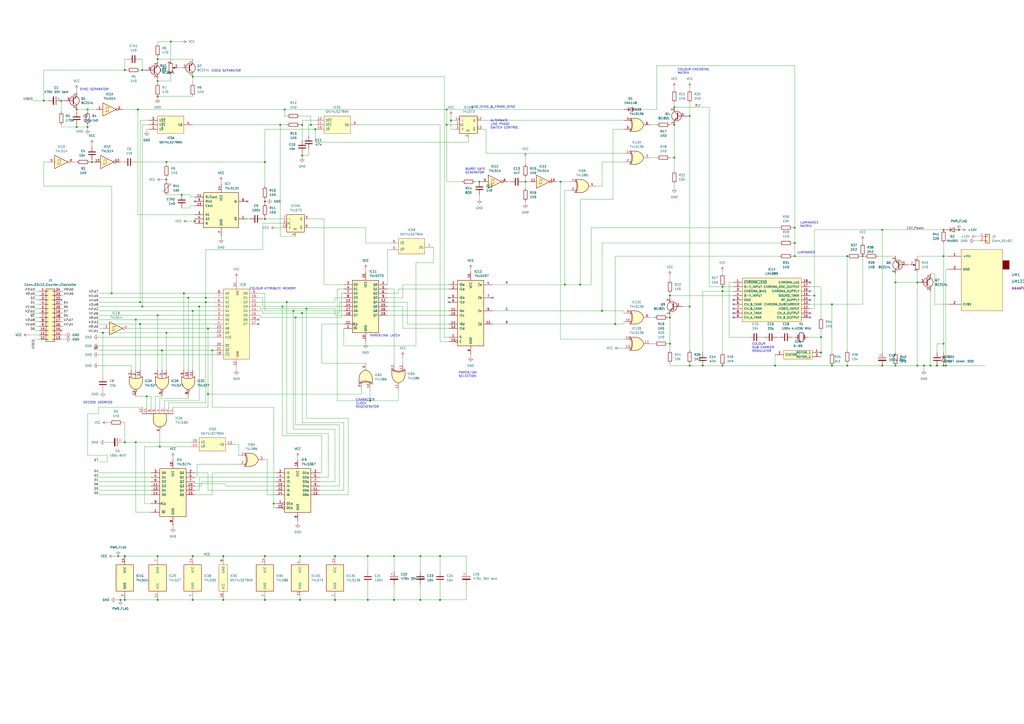
<source format=kicad_sch>
(kicad_sch (version 20211123) (generator eeschema)
  (paper "A2")
  (title_block (title "Colour Ace Board as published in 1984") (date "2020-05-04") (rev "Pre Alpha") (comment 4 "John Bradley"))
  (junction (at 472.44 171.45))
  (junction (at 129.54 322.58))
  (junction (at 119.38 172.72))
  (junction (at 491.49 148.59))
  (junction (at 170.18 180.34))
  (junction (at 228.6 347.98))
  (junction (at 539.75 212.09))
  (junction (at 115.57 177.8))
  (junction (at 91.44 347.98))
  (junction (at 400.05 177.8))
  (junction (at 243.84 322.58))
  (junction (at 80.01 63.5))
  (junction (at 547.37 212.09))
  (junction (at 25.4 58.42))
  (junction (at 175.26 181.61))
  (junction (at 91.44 46.99))
  (junction (at 482.6 176.53))
  (junction (at 119.38 175.26))
  (junction (at 111.76 347.98))
  (junction (at 543.56 212.09))
  (junction (at 91.44 182.88))
  (junction (at 158.75 292.1))
  (junction (at 111.76 44.45))
  (junction (at 327.66 165.1))
  (junction (at 535.94 212.09))
  (junction (at 44.45 73.66))
  (junction (at 153.67 93.98))
  (junction (at 519.43 212.09))
  (junction (at 482.6 212.09))
  (junction (at 259.08 72.39))
  (junction (at 476.25 195.58))
  (junction (at 391.16 72.39))
  (junction (at 111.76 322.58))
  (junction (at 388.62 199.39))
  (junction (at 500.38 148.59))
  (junction (at 72.39 322.58))
  (junction (at 111.76 180.34))
  (junction (at 261.62 69.85))
  (junction (at 278.13 105.41))
  (junction (at 356.87 187.96))
  (junction (at 93.98 203.2))
  (junction (at 214.63 232.41))
  (junction (at 388.62 171.45))
  (junction (at 180.34 72.39))
  (junction (at 259.08 63.5))
  (junction (at 129.54 347.98))
  (junction (at 165.1 63.5))
  (junction (at 407.67 212.09))
  (junction (at 82.55 40.64))
  (junction (at 255.27 347.98))
  (junction (at 53.34 93.98))
  (junction (at 228.6 322.58))
  (junction (at 255.27 322.58))
  (junction (at 476.25 204.47))
  (junction (at 556.26 133.35))
  (junction (at 96.52 104.14))
  (junction (at 35.56 58.42))
  (junction (at 175.26 72.39))
  (junction (at 153.67 116.84))
  (junction (at 82.55 177.8))
  (junction (at 511.81 212.09))
  (junction (at 162.56 72.39))
  (junction (at 400.05 67.31))
  (junction (at 91.44 55.88))
  (junction (at 153.67 347.98))
  (junction (at 72.39 40.64))
  (junction (at 81.28 175.26))
  (junction (at 304.8 105.41))
  (junction (at 113.03 128.27))
  (junction (at 547.37 133.35))
  (junction (at 68.58 322.58))
  (junction (at 491.49 212.09))
  (junction (at 44.45 63.5))
  (junction (at 106.68 170.18))
  (junction (at 109.22 172.72))
  (junction (at 349.25 180.34))
  (junction (at 92.71 259.08))
  (junction (at 96.52 93.98))
  (junction (at 419.1 166.37))
  (junction (at 336.55 165.1))
  (junction (at 419.1 212.09))
  (junction (at 175.26 90.17))
  (junction (at 173.99 322.58))
  (junction (at 69.85 347.98))
  (junction (at 120.65 228.6))
  (junction (at 153.67 127))
  (junction (at 59.69 193.04))
  (junction (at 163.83 177.8))
  (junction (at 177.8 179.07))
  (junction (at 511.81 133.35))
  (junction (at 91.44 34.29))
  (junction (at 85.09 229.87))
  (junction (at 81.28 187.96))
  (junction (at 72.39 347.98))
  (junction (at 243.84 347.98))
  (junction (at 64.77 170.18))
  (junction (at 105.41 113.03))
  (junction (at 519.43 163.83))
  (junction (at 194.31 322.58))
  (junction (at 419.1 168.91))
  (junction (at 173.99 347.98))
  (junction (at 182.88 74.93))
  (junction (at 78.74 256.54))
  (junction (at 532.13 212.09))
  (junction (at 391.16 62.23))
  (junction (at 400.05 212.09))
  (junction (at 461.01 132.08))
  (junction (at 50.8 73.66))
  (junction (at 547.37 148.59))
  (junction (at 123.19 203.2))
  (junction (at 91.44 322.58))
  (junction (at 391.16 91.44))
  (junction (at 171.45 184.15))
  (junction (at 153.67 322.58))
  (junction (at 213.36 322.58))
  (junction (at 96.52 193.04))
  (junction (at 532.13 163.83))
  (junction (at 388.62 184.15))
  (junction (at 461.01 140.97))
  (junction (at 194.31 347.98))
  (junction (at 99.06 24.13))
  (junction (at 325.12 105.41))
  (junction (at 50.8 63.5))
  (junction (at 548.64 212.09))
  (junction (at 72.39 256.54))
  (junction (at 449.58 212.09))
  (junction (at 166.37 175.26))
  (junction (at 213.36 347.98))
  (junction (at 547.37 199.39))
  (junction (at 78.74 185.42))
  (junction (at 120.65 190.5))
  (junction (at 461.01 148.59))
  (no_connect (at 469.9 181.61))
  (no_connect (at 143.51 116.84))
  (no_connect (at 149.86 185.42))
  (no_connect (at 425.45 173.99))
  (no_connect (at 260.35 175.26))
  (no_connect (at 35.56 191.77))
  (no_connect (at 425.45 179.07))
  (no_connect (at 469.9 168.91))
  (no_connect (at 113.03 116.84))
  (no_connect (at 469.9 173.99))
  (no_connect (at 425.45 176.53))
  (no_connect (at 425.45 181.61))
  (no_connect (at 425.45 184.15))
  (no_connect (at 260.35 172.72))
  (no_connect (at 285.75 172.72))
  (no_connect (at 35.56 173.99))
  (no_connect (at 469.9 163.83))
  (no_connect (at 469.9 184.15))
  (no_connect (at 149.86 187.96))
  (wire (pts (xy 87.63 274.32) (xy 57.15 274.32)))
  (wire (pts (xy 345.44 107.95) (xy 349.25 107.95)))
  (wire (pts (xy 96.52 102.87) (xy 96.52 104.14)))
  (wire (pts (xy 64.77 170.18) (xy 64.77 107.95)))
  (wire (pts (xy 115.57 177.8) (xy 115.57 232.41)))
  (wire (pts (xy 91.44 33.02) (xy 91.44 34.29)))
  (wire (pts (xy 304.8 105.41) (xy 307.34 105.41)))
  (wire (pts (xy 170.18 180.34) (xy 199.39 180.34)))
  (wire (pts (xy 44.45 63.5) (xy 44.45 64.77)))
  (wire (pts (xy 182.88 72.39) (xy 180.34 72.39)))
  (wire (pts (xy 233.68 165.1) (xy 260.35 165.1)))
  (wire (pts (xy 83.82 292.1) (xy 83.82 259.08)))
  (wire (pts (xy 102.87 39.37) (xy 104.14 39.37)))
  (wire (pts (xy 114.3 276.86) (xy 114.3 269.24)))
  (wire (pts (xy 175.26 72.39) (xy 175.26 81.28)))
  (wire (pts (xy 542.29 158.75) (xy 539.75 158.75)))
  (wire (pts (xy 92.71 231.14) (xy 92.71 236.22)))
  (wire (pts (xy 400.05 177.8) (xy 400.05 203.2)))
  (wire (pts (xy 224.79 167.64) (xy 228.6 167.64)))
  (wire (pts (xy 90.17 229.87) (xy 90.17 236.22)))
  (wire (pts (xy 259.08 72.39) (xy 259.08 63.5)))
  (wire (pts (xy 259.08 72.39) (xy 259.08 105.41)))
  (wire (pts (xy 173.99 322.58) (xy 194.31 322.58)))
  (wire (pts (xy 162.56 72.39) (xy 166.37 72.39)))
  (wire (pts (xy 179.07 78.74) (xy 179.07 72.39)))
  (wire (pts (xy 201.93 287.02) (xy 201.93 242.57)))
  (wire (pts (xy 81.28 214.63) (xy 81.28 187.96)))
  (wire (pts (xy 78.74 185.42) (xy 57.15 185.42)))
  (wire (pts (xy 468.63 195.58) (xy 476.25 195.58)))
  (wire (pts (xy 171.45 137.16) (xy 162.56 137.16)))
  (wire (pts (xy 243.84 322.58) (xy 255.27 322.58)))
  (wire (pts (xy 285.75 165.1) (xy 327.66 165.1)))
  (wire (pts (xy 388.62 171.45) (xy 425.45 171.45)))
  (wire (pts (xy 116.84 279.4) (xy 160.02 279.4)))
  (wire (pts (xy 388.62 172.72) (xy 388.62 171.45)))
  (wire (pts (xy 85.09 229.87) (xy 85.09 236.22)))
  (wire (pts (xy 500.38 176.53) (xy 500.38 148.59)))
  (wire (pts (xy 35.56 73.66) (xy 44.45 73.66)))
  (wire (pts (xy 109.22 231.14) (xy 92.71 231.14)))
  (wire (pts (xy 356.87 187.96) (xy 361.95 187.96)))
  (wire (pts (xy 547.37 148.59) (xy 549.91 148.59)))
  (wire (pts (xy 113.03 276.86) (xy 114.3 276.86)))
  (wire (pts (xy 195.58 232.41) (xy 214.63 232.41)))
  (wire (pts (xy 35.56 171.45) (xy 36.83 171.45)))
  (wire (pts (xy 153.67 93.98) (xy 153.67 74.93)))
  (wire (pts (xy 194.31 172.72) (xy 199.39 172.72)))
  (wire (pts (xy 198.12 184.15) (xy 198.12 170.18)))
  (wire (pts (xy 72.39 347.98) (xy 91.44 347.98)))
  (wire (pts (xy 113.03 287.02) (xy 123.19 287.02)))
  (wire (pts (xy 120.65 284.48) (xy 160.02 284.48)))
  (wire (pts (xy 236.22 175.26) (xy 236.22 187.96)))
  (wire (pts (xy 270.51 322.58) (xy 270.51 331.47)))
  (wire (pts (xy 91.44 322.58) (xy 111.76 322.58)))
  (wire (pts (xy 69.85 93.98) (xy 71.12 93.98)))
  (wire (pts (xy 59.69 190.5) (xy 57.15 190.5)))
  (wire (pts (xy 419.1 212.09) (xy 449.58 212.09)))
  (wire (pts (xy 151.13 182.88) (xy 151.13 184.15)))
  (wire (pts (xy 92.71 259.08) (xy 110.49 259.08)))
  (wire (pts (xy 113.03 279.4) (xy 113.03 280.67)))
  (wire (pts (xy 194.31 182.88) (xy 199.39 182.88)))
  (wire (pts (xy 57.15 182.88) (xy 91.44 182.88)))
  (wire (pts (xy 224.79 144.78) (xy 226.06 144.78)))
  (wire (pts (xy 476.25 204.47) (xy 476.25 207.01)))
  (wire (pts (xy 82.55 40.64) (xy 83.82 40.64)))
  (wire (pts (xy 304.8 109.22) (xy 304.8 105.41)))
  (wire (pts (xy 182.88 69.85) (xy 175.26 69.85)))
  (wire (pts (xy 476.25 191.77) (xy 476.25 195.58)))
  (wire (pts (xy 224.79 170.18) (xy 231.14 170.18)))
  (wire (pts (xy 78.74 256.54) (xy 110.49 256.54)))
  (wire (pts (xy 556.26 133.35) (xy 557.53 133.35)))
  (wire (pts (xy 472.44 179.07) (xy 472.44 171.45)))
  (wire (pts (xy 86.36 72.39) (xy 82.55 72.39)))
  (wire (pts (xy 57.15 177.8) (xy 82.55 177.8)))
  (wire (pts (xy 461.01 140.97) (xy 461.01 148.59)))
  (wire (pts (xy 233.68 172.72) (xy 233.68 165.1)))
  (wire (pts (xy 96.52 214.63) (xy 96.52 193.04)))
  (wire (pts (xy 152.4 144.78) (xy 119.38 144.78)))
  (wire (pts (xy 57.15 180.34) (xy 111.76 180.34)))
  (wire (pts (xy 128.27 106.68) (xy 128.27 105.41)))
  (wire (pts (xy 182.88 82.55) (xy 271.78 82.55)))
  (wire (pts (xy 152.4 177.8) (xy 163.83 177.8)))
  (wire (pts (xy 233.68 210.82) (xy 233.68 207.01)))
  (wire (pts (xy 100.33 266.7) (xy 100.33 265.43)))
  (wire (pts (xy 81.28 69.85) (xy 81.28 175.26)))
  (wire (pts (xy 87.63 281.94) (xy 57.15 281.94)))
  (wire (pts (xy 179.07 72.39) (xy 180.34 72.39)))
  (wire (pts (xy 190.5 276.86) (xy 190.5 251.46)))
  (wire (pts (xy 87.63 276.86) (xy 57.15 276.86)))
  (wire (pts (xy 162.56 72.39) (xy 111.76 72.39)))
  (wire (pts (xy 59.69 193.04) (xy 59.69 218.44)))
  (wire (pts (xy 450.85 195.58) (xy 452.12 195.58)))
  (wire (pts (xy 469.9 166.37) (xy 476.25 166.37)))
  (wire (pts (xy 171.45 246.38) (xy 171.45 184.15)))
  (wire (pts (xy 143.51 127) (xy 144.78 127)))
  (wire (pts (xy 106.68 214.63) (xy 106.68 170.18)))
  (wire (pts (xy 519.43 212.09) (xy 532.13 212.09)))
  (wire (pts (xy 285.75 180.34) (xy 349.25 180.34)))
  (wire (pts (xy 124.46 193.04) (xy 96.52 193.04)))
  (wire (pts (xy 391.16 52.07) (xy 391.16 50.8)))
  (wire (pts (xy 22.86 171.45) (xy 20.32 171.45)))
  (wire (pts (xy 53.34 93.98) (xy 53.34 92.71)))
  (wire (pts (xy 81.28 187.96) (xy 57.15 187.96)))
  (wire (pts (xy 233.68 177.8) (xy 233.68 190.5)))
  (wire (pts (xy 149.86 180.34) (xy 152.4 180.34)))
  (wire (pts (xy 87.63 279.4) (xy 57.15 279.4)))
  (wire (pts (xy 69.85 347.98) (xy 67.31 347.98)))
  (wire (pts (xy 35.56 72.39) (xy 35.56 73.66)))
  (wire (pts (xy 69.85 347.98) (xy 72.39 347.98)))
  (wire (pts (xy 44.45 63.5) (xy 50.8 63.5)))
  (wire (pts (xy 388.62 162.56) (xy 388.62 160.02)))
  (wire (pts (xy 212.09 157.48) (xy 212.09 156.21)))
  (wire (pts (xy 491.49 210.82) (xy 491.49 212.09)))
  (wire (pts (xy 459.74 195.58) (xy 461.01 195.58)))
  (wire (pts (xy 482.6 176.53) (xy 482.6 204.47)))
  (wire (pts (xy 115.57 276.86) (xy 160.02 276.86)))
  (wire (pts (xy 547.37 212.09) (xy 548.64 212.09)))
  (wire (pts (xy 356.87 148.59) (xy 356.87 187.96)))
  (wire (pts (xy 50.8 63.5) (xy 55.88 63.5)))
  (wire (pts (xy 160.02 132.08) (xy 163.83 132.08)))
  (wire (pts (xy 547.37 140.97) (xy 547.37 148.59)))
  (wire (pts (xy 548.64 156.21) (xy 548.64 212.09)))
  (wire (pts (xy 425.45 168.91) (xy 419.1 168.91)))
  (wire (pts (xy 173.99 72.39) (xy 175.26 72.39)))
  (wire (pts (xy 388.62 72.39) (xy 391.16 72.39)))
  (wire (pts (xy 407.67 168.91) (xy 407.67 204.47)))
  (wire (pts (xy 19.05 58.42) (xy 25.4 58.42)))
  (wire (pts (xy 35.56 176.53) (xy 36.83 176.53)))
  (wire (pts (xy 116.84 281.94) (xy 116.84 279.4)))
  (wire (pts (xy 115.57 232.41) (xy 95.25 232.41)))
  (wire (pts (xy 71.12 63.5) (xy 80.01 63.5)))
  (wire (pts (xy 119.38 175.26) (xy 81.28 175.26)))
  (wire (pts (xy 449.58 205.74) (xy 449.58 212.09)))
  (wire (pts (xy 355.6 74.93) (xy 355.6 115.57)))
  (wire (pts (xy 361.95 74.93) (xy 355.6 74.93)))
  (wire (pts (xy 120.65 228.6) (xy 120.65 236.22)))
  (wire (pts (xy 196.85 246.38) (xy 196.85 281.94)))
  (wire (pts (xy 25.4 107.95) (xy 25.4 93.98)))
  (wire (pts (xy 285.75 187.96) (xy 356.87 187.96)))
  (wire (pts (xy 325.12 196.85) (xy 361.95 196.85)))
  (wire (pts (xy 158.75 236.22) (xy 158.75 292.1)))
  (wire (pts (xy 422.91 163.83) (xy 422.91 195.58)))
  (wire (pts (xy 123.19 236.22) (xy 123.19 203.2)))
  (wire (pts (xy 194.31 179.07) (xy 194.31 182.88)))
  (wire (pts (xy 472.44 133.35) (xy 472.44 171.45)))
  (wire (pts (xy 57.15 240.03) (xy 50.8 240.03)))
  (wire (pts (xy 278.13 105.41) (xy 279.4 105.41)))
  (wire (pts (xy 361.95 93.98) (xy 349.25 93.98)))
  (wire (pts (xy 349.25 140.97) (xy 349.25 180.34)))
  (wire (pts (xy 152.4 127) (xy 153.67 127)))
  (wire (pts (xy 231.14 167.64) (xy 260.35 167.64)))
  (wire (pts (xy 273.05 157.48) (xy 273.05 156.21)))
  (wire (pts (xy 419.1 166.37) (xy 411.48 166.37)))
  (wire (pts (xy 153.67 127) (xy 153.67 125.73)))
  (wire (pts (xy 120.65 190.5) (xy 120.65 228.6)))
  (wire (pts (xy 228.6 322.58) (xy 243.84 322.58)))
  (wire (pts (xy 327.66 165.1) (xy 327.66 110.49)))
  (wire (pts (xy 130.81 281.94) (xy 160.02 281.94)))
  (wire (pts (xy 255.27 72.39) (xy 255.27 198.12)))
  (wire (pts (xy 236.22 187.96) (xy 260.35 187.96)))
  (wire (pts (xy 452.12 132.08) (xy 342.9 132.08)))
  (wire (pts (xy 325.12 105.41) (xy 322.58 105.41)))
  (wire (pts (xy 109.22 229.87) (xy 109.22 231.14)))
  (wire (pts (xy 87.63 229.87) (xy 87.63 236.22)))
  (wire (pts (xy 425.45 166.37) (xy 419.1 166.37)))
  (wire (pts (xy 50.8 63.5) (xy 50.8 64.77)))
  (wire (pts (xy 212.09 210.82) (xy 186.69 210.82)))
  (wire (pts (xy 165.1 63.5) (xy 259.08 63.5)))
  (wire (pts (xy 535.94 212.09) (xy 535.94 214.63)))
  (wire (pts (xy 165.1 67.31) (xy 165.1 63.5)))
  (wire (pts (xy 491.49 148.59) (xy 491.49 203.2)))
  (wire (pts (xy 411.48 166.37) (xy 411.48 62.23)))
  (wire (pts (xy 259.08 63.5) (xy 361.95 63.5)))
  (wire (pts (xy 163.83 252.73) (xy 163.83 177.8)))
  (wire (pts (xy 342.9 132.08) (xy 342.9 165.1)))
  (wire (pts (xy 78.74 185.42) (xy 78.74 214.63)))
  (wire (pts (xy 22.86 176.53) (xy 20.32 176.53)))
  (wire (pts (xy 87.63 284.48) (xy 57.15 284.48)))
  (wire (pts (xy 95.25 232.41) (xy 95.25 236.22)))
  (wire (pts (xy 175.26 90.17) (xy 175.26 88.9)))
  (wire (pts (xy 91.44 55.88) (xy 91.44 57.15)))
  (wire (pts (xy 82.55 177.8) (xy 115.57 177.8)))
  (wire (pts (xy 173.99 67.31) (xy 180.34 67.31)))
  (wire (pts (xy 175.26 245.11) (xy 175.26 181.61)))
  (wire (pts (xy 22.86 181.61) (xy 20.32 181.61)))
  (wire (pts (xy 547.37 133.35) (xy 548.64 133.35)))
  (wire (pts (xy 100.33 306.07) (xy 100.33 304.8)))
  (wire (pts (xy 93.98 104.14) (xy 96.52 104.14)))
  (wire (pts (xy 124.46 200.66) (xy 57.15 200.66)))
  (wire (pts (xy 224.79 180.34) (xy 260.35 180.34)))
  (wire (pts (xy 109.22 172.72) (xy 57.15 172.72)))
  (wire (pts (xy 22.86 168.91) (xy 20.32 168.91)))
  (wire (pts (xy 113.03 114.3) (xy 110.49 114.3)))
  (wire (pts (xy 567.69 137.16) (xy 566.42 137.16)))
  (wire (pts (xy 81.28 40.64) (xy 82.55 40.64)))
  (wire (pts (xy 491.49 212.09) (xy 511.81 212.09)))
  (wire (pts (xy 281.94 88.9) (xy 361.95 88.9)))
  (wire (pts (xy 212.09 140.97) (xy 212.09 132.08)))
  (wire (pts (xy 111.76 214.63) (xy 111.76 180.34)))
  (wire (pts (xy 212.09 198.12) (xy 212.09 199.39)))
  (wire (pts (xy 208.28 72.39) (xy 255.27 72.39)))
  (wire (pts (xy 115.57 284.48) (xy 115.57 276.86)))
  (wire (pts (xy 400.05 67.31) (xy 400.05 177.8)))
  (wire (pts (xy 93.98 229.87) (xy 90.17 229.87)))
  (wire (pts (xy 224.79 172.72) (xy 233.68 172.72)))
  (wire (pts (xy 57.15 236.22) (xy 57.15 240.03)))
  (wire (pts (xy 72.39 256.54) (xy 71.12 256.54)))
  (wire (pts (xy 128.27 137.16) (xy 128.27 138.43)))
  (wire (pts (xy 63.5 245.11) (xy 62.23 245.11)))
  (wire (pts (xy 72.39 34.29) (xy 72.39 40.64)))
  (wire (pts (xy 275.59 105.41) (xy 278.13 105.41)))
  (wire (pts (xy 388.62 171.45) (xy 388.62 170.18)))
  (wire (pts (xy 461.01 132.08) (xy 461.01 140.97)))
  (wire (pts (xy 391.16 62.23) (xy 391.16 59.69)))
  (wire (pts (xy 543.56 204.47) (xy 543.56 199.39)))
  (wire (pts (xy 255.27 339.09) (xy 255.27 347.98)))
  (wire (pts (xy 85.09 229.87) (xy 87.63 229.87)))
  (wire (pts (xy 93.98 214.63) (xy 93.98 203.2)))
  (wire (pts (xy 185.42 274.32) (xy 186.69 274.32)))
  (wire (pts (xy 91.44 214.63) (xy 91.44 182.88)))
  (wire (pts (xy 50.8 264.16) (xy 62.23 264.16)))
  (wire (pts (xy 22.86 179.07) (xy 20.32 179.07)))
  (wire (pts (xy 22.86 186.69) (xy 20.32 186.69)))
  (wire (pts (xy 85.09 74.93) (xy 85.09 76.2)))
  (wire (pts (xy 52.07 93.98) (xy 53.34 93.98)))
  (wire (pts (xy 388.62 203.2) (xy 388.62 199.39)))
  (wire (pts (xy 96.52 104.14) (xy 96.52 105.41)))
  (wire (pts (xy 113.03 119.38) (xy 110.49 119.38)))
  (wire (pts (xy 187.96 165.1) (xy 187.96 127)))
  (wire (pts (xy 381 38.1) (xy 461.01 38.1)))
  (wire (pts (xy 66.04 322.58) (xy 68.58 322.58)))
  (wire (pts (xy 194.31 347.98) (xy 213.36 347.98)))
  (wire (pts (xy 154.94 266.7) (xy 153.67 266.7)))
  (wire (pts (xy 44.45 73.66) (xy 50.8 73.66)))
  (wire (pts (xy 304.8 105.41) (xy 304.8 102.87)))
  (wire (pts (xy 50.8 73.66) (xy 50.8 74.93)))
  (wire (pts (xy 330.2 105.41) (xy 325.12 105.41)))
  (wire (pts (xy 532.13 212.09) (xy 535.94 212.09)))
  (wire (pts (xy 113.03 274.32) (xy 120.65 274.32)))
  (wire (pts (xy 213.36 347.98) (xy 228.6 347.98)))
  (wire (pts (xy 170.18 248.92) (xy 170.18 180.34)))
  (wire (pts (xy 213.36 322.58) (xy 228.6 322.58)))
  (wire (pts (xy 35.56 168.91) (xy 36.83 168.91)))
  (wire (pts (xy 99.06 46.99) (xy 91.44 46.99)))
  (wire (pts (xy 63.5 256.54) (xy 60.96 256.54)))
  (wire (pts (xy 349.25 180.34) (xy 361.95 180.34)))
  (wire (pts (xy 398.78 67.31) (xy 400.05 67.31)))
  (wire (pts (xy 173.99 345.44) (xy 173.99 347.98)))
  (wire (pts (xy 255.27 331.47) (xy 255.27 322.58)))
  (wire (pts (xy 500.38 140.97) (xy 500.38 139.7)))
  (wire (pts (xy 195.58 167.64) (xy 195.58 232.41)))
  (wire (pts (xy 377.19 184.15) (xy 379.73 184.15)))
  (wire (pts (xy 91.44 347.98) (xy 111.76 347.98)))
  (wire (pts (xy 422.91 195.58) (xy 434.34 195.58)))
  (wire (pts (xy 78.74 297.18) (xy 78.74 256.54)))
  (wire (pts (xy 532.13 148.59) (xy 547.37 148.59)))
  (wire (pts (xy 224.79 182.88) (xy 260.35 182.88)))
  (wire (pts (xy 391.16 72.39) (xy 391.16 91.44)))
  (wire (pts (xy 476.25 195.58) (xy 476.25 204.47)))
  (wire (pts (xy 124.46 203.2) (xy 123.19 203.2)))
  (wire (pts (xy 123.19 203.2) (xy 93.98 203.2)))
  (wire (pts (xy 153.67 74.93) (xy 182.88 74.93)))
  (wire (pts (xy 87.63 287.02) (xy 57.15 287.02)))
  (wire (pts (xy 123.19 236.22) (xy 158.75 236.22)))
  (wire (pts (xy 459.74 132.08) (xy 461.01 132.08)))
  (wire (pts (xy 482.6 176.53) (xy 500.38 176.53)))
  (wire (pts (xy 111.76 322.58) (xy 129.54 322.58)))
  (wire (pts (xy 325.12 105.41) (xy 325.12 196.85)))
  (wire (pts (xy 119.38 172.72) (xy 124.46 172.72)))
  (wire (pts (xy 185.42 284.48) (xy 199.39 284.48)))
  (wire (pts (xy 400.05 212.09) (xy 400.05 210.82)))
  (wire (pts (xy 226.06 140.97) (xy 212.09 140.97)))
  (wire (pts (xy 264.16 69.85) (xy 261.62 69.85)))
  (wire (pts (xy 43.18 93.98) (xy 44.45 93.98)))
  (wire (pts (xy 120.65 228.6) (xy 209.55 228.6)))
  (wire (pts (xy 327.66 110.49) (xy 330.2 110.49)))
  (wire (pts (xy 543.56 212.09) (xy 547.37 212.09)))
  (wire (pts (xy 151.13 179.07) (xy 177.8 179.07)))
  (wire (pts (xy 113.03 128.27) (xy 113.03 129.54)))
  (wire (pts (xy 179.07 90.17) (xy 175.26 90.17)))
  (wire (pts (xy 124.46 185.42) (xy 78.74 185.42)))
  (wire (pts (xy 149.86 172.72) (xy 152.4 172.72)))
  (wire (pts (xy 110.49 119.38) (xy 110.49 120.65)))
  (wire (pts (xy 35.56 181.61) (xy 36.83 181.61)))
  (wire (pts (xy 419.1 168.91) (xy 419.1 204.47)))
  (wire (pts (xy 214.63 232.41) (xy 231.14 232.41)))
  (wire (pts (xy 73.66 34.29) (xy 72.39 34.29)))
  (wire (pts (xy 388.62 91.44) (xy 391.16 91.44)))
  (wire (pts (xy 129.54 347.98) (xy 153.67 347.98)))
  (wire (pts (xy 100.33 236.22) (xy 120.65 236.22)))
  (wire (pts (xy 224.79 175.26) (xy 236.22 175.26)))
  (wire (pts (xy 81.28 175.26) (xy 57.15 175.26)))
  (wire (pts (xy 35.56 186.69) (xy 36.83 186.69)))
  (wire (pts (xy 96.52 95.25) (xy 96.52 93.98)))
  (wire (pts (xy 106.68 170.18) (xy 64.77 170.18)))
  (wire (pts (xy 20.32 196.85) (xy 22.86 196.85)))
  (wire (pts (xy 180.34 72.39) (xy 180.34 67.31)))
  (wire (pts (xy 185.42 276.86) (xy 190.5 276.86)))
  (wire (pts (xy 400.05 67.31) (xy 400.05 59.69)))
  (wire (pts (xy 91.44 24.13) (xy 99.06 24.13)))
  (wire (pts (xy 304.8 118.11) (xy 304.8 116.84)))
  (wire (pts (xy 461.01 38.1) (xy 461.01 132.08)))
  (wire (pts (xy 153.67 170.18) (xy 153.67 180.34)))
  (wire (pts (xy 228.6 347.98) (xy 243.84 347.98)))
  (wire (pts (xy 119.38 144.78) (xy 119.38 172.72)))
  (wire (pts (xy 124.46 195.58) (xy 57.15 195.58)))
  (wire (pts (xy 270.51 339.09) (xy 270.51 347.98)))
  (wire (pts (xy 96.52 93.98) (xy 153.67 93.98)))
  (wire (pts (xy 388.62 199.39) (xy 388.62 184.15)))
  (wire (pts (xy 175.26 90.17) (xy 175.26 91.44)))
  (wire (pts (xy 111.76 44.45) (xy 257.81 44.45)))
  (wire (pts (xy 196.85 181.61) (xy 196.85 175.26)))
  (wire (pts (xy 113.03 127) (xy 113.03 128.27)))
  (wire (pts (xy 400.05 212.09) (xy 407.67 212.09)))
  (wire (pts (xy 120.65 274.32) (xy 120.65 284.48)))
  (wire (pts (xy 281.94 74.93) (xy 281.94 88.9)))
  (wire (pts (xy 153.67 116.84) (xy 153.67 115.57)))
  (wire (pts (xy 349.25 93.98) (xy 349.25 107.95)))
  (wire (pts (xy 539.75 212.09) (xy 543.56 212.09)))
  (wire (pts (xy 199.39 165.1) (xy 187.96 165.1)))
  (wire (pts (xy 50.8 72.39) (xy 50.8 73.66)))
  (wire (pts (xy 209.55 228.6) (xy 209.55 226.06)))
  (wire (pts (xy 158.75 292.1) (xy 158.75 294.64)))
  (wire (pts (xy 153.67 107.95) (xy 153.67 93.98)))
  (wire (pts (xy 72.39 40.64) (xy 73.66 40.64)))
  (wire (pts (xy 228.6 331.47) (xy 228.6 322.58)))
  (wire (pts (xy 179.07 86.36) (xy 179.07 90.17)))
  (wire (pts (xy 243.84 339.09) (xy 243.84 347.98)))
  (wire (pts (xy 532.13 149.86) (xy 532.13 148.59)))
  (wire (pts (xy 91.44 48.26) (xy 91.44 46.99)))
  (wire (pts (xy 173.99 347.98) (xy 194.31 347.98)))
  (wire (pts (xy 91.44 45.72) (xy 91.44 46.99)))
  (wire (pts (xy 419.1 168.91) (xy 419.1 166.37)))
  (wire (pts (xy 224.79 165.1) (xy 224.79 144.78)))
  (wire (pts (xy 377.19 91.44) (xy 381 91.44)))
  (wire (pts (xy 482.6 212.09) (xy 491.49 212.09)))
  (wire (pts (xy 91.44 34.29) (xy 111.76 34.29)))
  (wire (pts (xy 93.98 203.2) (xy 57.15 203.2)))
  (wire (pts (xy 279.4 74.93) (xy 281.94 74.93)))
  (wire (pts (xy 22.86 191.77) (xy 20.32 191.77)))
  (wire (pts (xy 137.16 162.56) (xy 137.16 161.29)))
  (wire (pts (xy 64.77 170.18) (xy 57.15 170.18)))
  (wire (pts (xy 81.28 34.29) (xy 82.55 34.29)))
  (wire (pts (xy 278.13 115.57) (xy 278.13 113.03)))
  (wire (pts (xy 96.52 193.04) (xy 59.69 193.04)))
  (wire (pts (xy 185.42 281.94) (xy 196.85 281.94)))
  (wire (pts (xy 303.53 105.41) (xy 304.8 105.41)))
  (wire (pts (xy 224.79 177.8) (xy 233.68 177.8)))
  (wire (pts (xy 25.4 93.98) (xy 27.94 93.98)))
  (wire (pts (xy 53.34 85.09) (xy 53.34 83.82)))
  (wire (pts (xy 532.13 163.83) (xy 532.13 212.09)))
  (wire (pts (xy 124.46 175.26) (xy 119.38 175.26)))
  (wire (pts (xy 361.95 201.93) (xy 359.41 201.93)))
  (wire (pts (xy 149.86 170.18) (xy 153.67 170.18)))
  (wire (pts (xy 361.95 181.61) (xy 361.95 180.34)))
  (wire (pts (xy 72.39 322.58) (xy 91.44 322.58)))
  (wire (pts (xy 255.27 198.12) (xy 260.35 198.12)))
  (wire (pts (xy 175.26 69.85) (xy 175.26 72.39)))
  (wire (pts (xy 186.69 274.32) (xy 186.69 252.73)))
  (wire (pts (xy 449.58 212.09) (xy 482.6 212.09)))
  (wire (pts (xy 166.37 251.46) (xy 166.37 175.26)))
  (wire (pts (xy 82.55 34.29) (xy 82.55 40.64)))
  (wire (pts (xy 76.2 212.09) (xy 57.15 212.09)))
  (wire (pts (xy 271.78 82.55) (xy 271.78 80.01)))
  (wire (pts (xy 25.4 40.64) (xy 72.39 40.64)))
  (wire (pts (xy 97.79 233.68) (xy 97.79 236.22)))
  (wire (pts (xy 22.86 184.15) (xy 20.32 184.15)))
  (wire (pts (xy 83.82 259.08) (xy 92.71 259.08)))
  (wire (pts (xy 547.37 199.39) (xy 547.37 204.47)))
  (wire (pts (xy 99.06 24.13) (xy 105.41 24.13)))
  (wire (pts (xy 419.1 158.75) (xy 419.1 157.48)))
  (wire (pts (xy 243.84 347.98) (xy 255.27 347.98)))
  (wire (pts (xy 547.37 148.59) (xy 547.37 199.39)))
  (wire (pts (xy 257.81 195.58) (xy 257.81 44.45)))
  (wire (pts (xy 92.71 259.08) (xy 92.71 251.46)))
  (wire (pts (xy 361.95 187.96) (xy 361.95 186.69)))
  (wire (pts (xy 120.65 190.5) (xy 124.46 190.5)))
  (wire (pts (xy 567.69 139.7) (xy 565.15 139.7)))
  (wire (pts (xy 511.81 133.35) (xy 511.81 204.47)))
  (wire (pts (xy 59.69 226.06) (xy 59.69 227.33)))
  (wire (pts (xy 355.6 115.57) (xy 336.55 115.57)))
  (wire (pts (xy 190.5 251.46) (xy 166.37 251.46)))
  (wire (pts (xy 152.4 172.72) (xy 152.4 177.8)))
  (wire (pts (xy 99.06 35.56) (xy 99.06 24.13)))
  (wire (pts (xy 400.05 52.07) (xy 400.05 50.8)))
  (wire (pts (xy 113.03 284.48) (xy 115.57 284.48)))
  (wire (pts (xy 261.62 67.31) (xy 261.62 69.85)))
  (wire (pts (xy 542.29 158.75) (xy 542.29 176.53)))
  (wire (pts (xy 153.67 118.11) (xy 153.67 116.84)))
  (wire (pts (xy 187.96 127) (xy 179.07 127)))
  (wire (pts (xy 153.67 347.98) (xy 173.99 347.98)))
  (wire (pts (xy 152.4 181.61) (xy 175.26 181.61)))
  (wire (pts (xy 194.31 248.92) (xy 170.18 248.92)))
  (wire (pts (xy 111.76 180.34) (xy 124.46 180.34)))
  (wire (pts (xy 57.15 236.22) (xy 82.55 236.22)))
  (wire (pts (xy 261.62 69.85) (xy 261.62 74.93)))
  (wire (pts (xy 35.56 194.31) (xy 38.1 194.31)))
  (wire (pts (xy 196.85 246.38) (xy 171.45 246.38)))
  (wire (pts (xy 511.81 212.09) (xy 519.43 212.09)))
  (wire (pts (xy 388.62 210.82) (xy 388.62 212.09)))
  (wire (pts (xy 273.05 205.74) (xy 273.05 207.01)))
  (wire (pts (xy 387.35 199.39) (xy 388.62 199.39)))
  (wire (pts (xy 35.56 58.42) (xy 36.83 58.42)))
  (wire (pts (xy 182.88 74.93) (xy 182.88 82.55)))
  (wire (pts (xy 199.39 190.5) (xy 199.39 200.66)))
  (wire (pts (xy 441.96 195.58) (xy 443.23 195.58)))
  (wire (pts (xy 162.56 72.39) (xy 162.56 137.16)))
  (wire (pts (xy 542.29 176.53) (xy 549.91 176.53)))
  (wire (pts (xy 158.75 294.64) (xy 160.02 294.64)))
  (wire (pts (xy 459.74 148.59) (xy 461.01 148.59)))
  (wire (pts (xy 213.36 331.47) (xy 213.36 322.58)))
  (wire (pts (xy 264.16 72.39) (xy 259.08 72.39)))
  (wire (pts (xy 381 63.5) (xy 381 38.1)))
  (wire (pts (xy 137.16 213.36) (xy 137.16 214.63)))
  (wire (pts (xy 194.31 322.58) (xy 213.36 322.58)))
  (wire (pts (xy 472.44 133.35) (xy 511.81 133.35)))
  (wire (pts (xy 196.85 175.26) (xy 199.39 175.26)))
  (wire (pts (xy 50.8 240.03) (xy 50.8 264.16)))
  (wire (pts (xy 391.16 106.68) (xy 391.16 109.22)))
  (wire (pts (xy 231.14 232.41) (xy 231.14 226.06)))
  (wire (pts (xy 472.44 171.45) (xy 469.9 171.45)))
  (wire (pts (xy 91.44 25.4) (xy 91.44 24.13)))
  (wire (pts (xy 294.64 105.41) (xy 295.91 105.41)))
  (wire (pts (xy 130.81 280.67) (xy 130.81 281.94)))
  (wire (pts (xy 120.65 190.5) (xy 74.93 190.5)))
  (wire (pts (xy 80.01 124.46) (xy 113.03 124.46)))
  (wire (pts (xy 119.38 175.26) (xy 119.38 233.68)))
  (wire (pts (xy 25.4 58.42) (xy 27.94 58.42)))
  (wire (pts (xy 16.51 194.31) (xy 22.86 194.31)))
  (wire (pts (xy 201.93 242.57) (xy 177.8 242.57)))
  (wire (pts (xy 35.56 189.23) (xy 36.83 189.23)))
  (wire (pts (xy 527.05 153.67) (xy 528.32 153.67)))
  (wire (pts (xy 327.66 165.1) (xy 336.55 165.1)))
  (wire (pts (xy 64.77 107.95) (xy 25.4 107.95)))
  (wire (pts (xy 53.34 93.98) (xy 54.61 93.98)))
  (wire (pts (xy 377.19 199.39) (xy 379.73 199.39)))
  (wire (pts (xy 499.11 148.59) (xy 500.38 148.59)))
  (wire (pts (xy 509.27 148.59) (xy 519.43 148.59)))
  (wire (pts (xy 153.67 127) (xy 163.83 127)))
  (wire (pts (xy 186.69 252.73) (xy 163.83 252.73)))
  (wire (pts (xy 163.83 129.54) (xy 152.4 129.54)))
  (wire (pts (xy 22.86 173.99) (xy 20.32 173.99)))
  (wire (pts (xy 160.02 292.1) (xy 158.75 292.1)))
  (wire (pts (xy 62.23 267.97) (xy 57.15 267.97)))
  (wire (pts (xy 461.01 148.59) (xy 491.49 148.59)))
  (wire (pts (xy 109.22 128.27) (xy 113.03 128.27)))
  (wire (pts (xy 111.76 48.26) (xy 111.76 44.45)))
  (wire (pts (xy 231.14 170.18) (xy 231.14 167.64)))
  (wire (pts (xy 113.03 280.67) (xy 130.81 280.67)))
  (wire (pts (xy 241.3 152.4) (xy 241.3 200.66)))
  (wire (pts (xy 336.55 115.57) (xy 336.55 165.1)))
  (wire (pts (xy 539.75 168.91) (xy 539.75 212.09)))
  (wire (pts (xy 388.62 184.15) (xy 388.62 182.88)))
  (wire (pts (xy 549.91 156.21) (xy 548.64 156.21)))
  (wire (pts (xy 91.44 35.56) (xy 91.44 34.29)))
  (wire (pts (xy 532.13 157.48) (xy 532.13 163.83)))
  (wire (pts (xy 153.67 180.34) (xy 170.18 180.34)))
  (wire (pts (xy 228.6 167.64) (xy 228.6 210.82)))
  (wire (pts (xy 78.74 229.87) (xy 85.09 229.87)))
  (wire (pts (xy 78.74 93.98) (xy 96.52 93.98)))
  (wire (pts (xy 35.56 184.15) (xy 36.83 184.15)))
  (wire (pts (xy 519.43 163.83) (xy 532.13 163.83)))
  (wire (pts (xy 185.42 287.02) (xy 201.93 287.02)))
  (wire (pts (xy 388.62 212.09) (xy 400.05 212.09)))
  (wire (pts (xy 243.84 331.47) (xy 243.84 322.58)))
  (wire (pts (xy 44.45 72.39) (xy 44.45 73.66)))
  (wire (pts (xy 175.26 181.61) (xy 196.85 181.61)))
  (wire (pts (xy 213.36 339.09) (xy 213.36 347.98)))
  (wire (pts (xy 35.56 196.85) (xy 38.1 196.85)))
  (wire (pts (xy 110.49 113.03) (xy 105.41 113.03)))
  (wire (pts (xy 152.4 180.34) (xy 152.4 181.61)))
  (wire (pts (xy 199.39 245.11) (xy 199.39 284.48)))
  (wire (pts (xy 149.86 175.26) (xy 166.37 175.26)))
  (wire (pts (xy 99.06 43.18) (xy 99.06 46.99)))
  (wire (pts (xy 87.63 292.1) (xy 83.82 292.1)))
  (wire (pts (xy 233.68 190.5) (xy 260.35 190.5)))
  (wire (pts (xy 199.39 200.66) (xy 241.3 200.66)))
  (wire (pts (xy 72.39 256.54) (xy 72.39 245.11)))
  (wire (pts (xy 535.94 212.09) (xy 539.75 212.09)))
  (wire (pts (xy 119.38 233.68) (xy 97.79 233.68)))
  (wire (pts (xy 111.76 55.88) (xy 91.44 55.88)))
  (wire (pts (xy 72.39 245.11) (xy 71.12 245.11)))
  (wire (pts (xy 35.56 58.42) (xy 35.56 64.77)))
  (wire (pts (xy 452.12 140.97) (xy 349.25 140.97)))
  (wire (pts (xy 391.16 62.23) (xy 411.48 62.23)))
  (wire (pts (xy 80.01 63.5) (xy 165.1 63.5)))
  (wire (pts (xy 194.31 175.26) (xy 194.31 172.72)))
  (wire (pts (xy 194.31 279.4) (xy 194.31 248.92)))
  (wire (pts (xy 44.45 53.34) (xy 44.45 52.07)))
  (wire (pts (xy 22.86 189.23) (xy 20.32 189.23)))
  (wire (pts (xy 214.63 226.06) (xy 214.63 232.41)))
  (wire (pts (xy 109.22 214.63) (xy 109.22 172.72)))
  (wire (pts (xy 124.46 177.8) (xy 115.57 177.8)))
  (wire (pts (xy 369.57 63.5) (xy 381 63.5)))
  (wire (pts (xy 86.36 69.85) (xy 81.28 69.85)))
  (wire (pts (xy 469.9 176.53) (xy 482.6 176.53)))
  (wire (pts (xy 96.52 113.03) (xy 105.41 113.03)))
  (wire (pts (xy 396.24 177.8) (xy 400.05 177.8)))
  (wire (pts (xy 124.46 170.18) (xy 106.68 170.18)))
  (wire (pts (xy 185.42 279.4) (xy 194.31 279.4)))
  (wire (pts (xy 407.67 212.09) (xy 419.1 212.09)))
  (wire (pts (xy 87.63 297.18) (xy 78.74 297.18)))
  (wire (pts (xy 166.37 175.26) (xy 194.31 175.26)))
  (wire (pts (xy 163.83 177.8) (xy 199.39 177.8)))
  (wire (pts (xy 241.3 152.4) (xy 251.46 152.4)))
  (wire (pts (xy 519.43 163.83) (xy 519.43 204.47)))
  (wire (pts (xy 153.67 322.58) (xy 173.99 322.58)))
  (wire (pts (xy 59.69 193.04) (xy 57.15 193.04)))
  (wire (pts (xy 110.49 114.3) (xy 110.49 113.03)))
  (wire (pts (xy 387.35 184.15) (xy 388.62 184.15)))
  (wire (pts (xy 259.08 105.41) (xy 267.97 105.41)))
  (wire (pts (xy 500.38 148.59) (xy 501.65 148.59)))
  (wire (pts (xy 304.8 91.44) (xy 304.8 95.25)))
  (wire (pts (xy 124.46 187.96) (xy 81.28 187.96)))
  (wire (pts (xy 548.64 212.09) (xy 571.5 212.09)))
  (wire (pts (xy 119.38 172.72) (xy 109.22 172.72)))
  (wire (pts (xy 151.13 177.8) (xy 151.13 179.07)))
  (wire (pts (xy 186.69 210.82) (xy 186.69 187.96)))
  (wire (pts (xy 519.43 158.75) (xy 519.43 163.83)))
  (wire (pts (xy 91.44 182.88) (xy 124.46 182.88)))
  (wire (pts (xy 177.8 179.07) (xy 194.31 179.07)))
  (wire (pts (xy 255.27 347.98) (xy 270.51 347.98)))
  (wire (pts (xy 336.55 165.1) (xy 342.9 165.1)))
  (wire (pts (xy 76.2 214.63) (xy 76.2 212.09)))
  (wire (pts (xy 129.54 322.58) (xy 153.67 322.58)))
  (wire (pts (xy 82.55 72.39) (xy 82.55 177.8)))
  (wire (pts (xy 172.72 266.7) (xy 172.72 265.43)))
  (wire (pts (xy 419.1 168.91) (xy 407.67 168.91)))
  (wire (pts (xy 172.72 303.53) (xy 172.72 302.26)))
  (wire (pts (xy 198.12 170.18) (xy 199.39 170.18)))
  (wire (pts (xy 138.43 257.81) (xy 135.89 257.81)))
  (wire (pts (xy 186.69 187.96) (xy 199.39 187.96)))
  (wire (pts (xy 425.45 163.83) (xy 422.91 163.83)))
  (wire (pts (xy 35.56 179.07) (xy 36.83 179.07)))
  (wire (pts (xy 199.39 245.11) (xy 175.26 245.11)))
  (wire (pts (xy 452.12 148.59) (xy 356.87 148.59)))
  (wire (pts (xy 251.46 152.4) (xy 251.46 143.51)))
  (wire (pts (xy 511.81 133.35) (xy 547.37 133.35)))
  (wire (pts (xy 86.36 74.93) (xy 85.09 74.93)))
  (wire (pts (xy 149.86 177.8) (xy 151.13 177.8)))
  (wire (pts (xy 110.49 120.65) (xy 105.41 120.65)))
  (wire (pts (xy 154.94 287.02) (xy 154.94 266.7)))
  (wire (pts (xy 165.1 67.31) (xy 166.37 67.31)))
  (wire (pts (xy 152.4 129.54) (xy 152.4 144.78)))
  (wire (pts (xy 80.01 63.5) (xy 80.01 124.46)))
  (wire (pts (xy 153.67 116.84) (xy 154.94 116.84)))
  (wire (pts (xy 199.39 167.64) (xy 195.58 167.64)))
  (wire (pts (xy 123.19 274.32) (xy 123.19 287.02)))
  (wire (pts (xy 543.56 199.39) (xy 547.37 199.39)))
  (wire (pts (xy 78.74 256.54) (xy 72.39 256.54)))
  (wire (pts (xy 160.02 287.02) (xy 154.94 287.02)))
  (wire (pts (xy 138.43 264.16) (xy 138.43 257.81)))
  (wire (pts (xy 391.16 91.44) (xy 391.16 99.06)))
  (wire (pts (xy 160.02 274.32) (xy 123.19 274.32)))
  (wire (pts (xy 459.74 140.97) (xy 461.01 140.97)))
  (wire (pts (xy 25.4 40.64) (xy 25.4 58.42)))
  (wire (pts (xy 68.58 322.58) (xy 72.39 322.58)))
  (wire (pts (xy 124.46 205.74) (xy 57.15 205.74)))
  (wire (pts (xy 255.27 322.58) (xy 270.51 322.58)))
  (wire (pts (xy 111.76 347.98) (xy 129.54 347.98)))
  (wire (pts (xy 469.9 179.07) (xy 472.44 179.07)))
  (wire (pts (xy 177.8 242.57) (xy 177.8 179.07)))
  (wire (pts (xy 113.03 281.94) (xy 116.84 281.94)))
  (wire (pts (xy 279.4 69.85) (xy 361.95 69.85)))
  (wire (pts (xy 264.16 74.93) (xy 261.62 74.93)))
  (wire (pts (xy 151.13 184.15) (xy 171.45 184.15)))
  (wire (pts (xy 171.45 184.15) (xy 198.12 184.15)))
  (wire (pts (xy 149.86 182.88) (xy 151.13 182.88)))
  (wire (pts (xy 212.09 132.08) (xy 179.07 132.08)))
  (wire (pts (xy 62.23 264.16) (xy 62.23 267.97)))
  (wire (pts (xy 228.6 339.09) (xy 228.6 347.98)))
  (wire (pts (xy 476.25 166.37) (xy 476.25 184.15)))
  (wire (pts (xy 173.99 325.12) (xy 173.99 322.58)))
  (wire (pts (xy 377.19 72.39) (xy 381 72.39)))
  (wire (pts (xy 114.3 269.24) (xy 138.43 269.24)))
  (wire (pts (xy 260.35 195.58) (xy 257.81 195.58)))
  (text "VIDEO SEPARATOR" (at 122.555 41.91 0) (effects (font (size 1.27 1.27)) (justify left bottom)))
  (text "LINE_SYNC_&_FRAME_SYNC" (at 299.085 62.865 180) (effects (font (size 1.27 1.27)) (justify right bottom)))
  (text "SYNC SEPARATOR" (at 46.355 52.705 0) (effects (font (size 1.27 1.27)) (justify left bottom)))
  (text "COLOUR ENCODING\nMATRIX" (at 393.065 43.18 0) (effects (font (size 1.27 1.27)) (justify left bottom)))
  (text "COLOUR\nSUB CARRIER\nMODULATOR" (at 436.245 204.47 0) (effects (font (size 1.27 1.27)) (justify left bottom)))
  (text "ALTERNATE\nLINE PHASE\nSWITCH CONTROL" (at 284.48 74.93 0) (effects (font (size 1.27 1.27)) (justify left bottom)))
  (text "DECODE ADDRESS" (at 48.26 234.315 0) (effects (font (size 1.27 1.27)) (justify left bottom)))
  (text "CHARACTER\nCLOCK\nREGENERATOR" (at 206.375 236.855 0) (effects (font (size 1.27 1.27)) (justify left bottom)))
  (text "BURST GATE\nGENERATOR" (at 269.875 100.965 0) (effects (font (size 1.27 1.27)) (justify left bottom)))
  (text "PAPER/INK LATCH" (at 214.63 195.58 0) (effects (font (size 1.27 1.27)) (justify left bottom)))
  (text "LUMINANCE" (at 462.28 147.32 0) (effects (font (size 1.27 1.27)) (justify left bottom)))
  (text "PAPER/INK\nSELECTION" (at 266.065 219.075 0) (effects (font (size 1.27 1.27)) (justify left bottom)))
  (text "LUMINANCE\nMATRIX" (at 464.185 132.08 0) (effects (font (size 1.27 1.27)) (justify left bottom)))
  (text "COLOUR ATTRIBUTE MEMORY" (at 144.78 168.275 0) (effects (font (size 1.27 1.27)) (justify left bottom)))
  (label "V3\\A8" (at 20.32 186.69 180))
  (label "H4\\A5" (at 36.83 171.45 0))
  (label "V4\\A9" (at 57.15 175.26 180))
  (label "D0" (at 36.83 179.07 0))
  (label "VIDEO" (at 19.05 58.42 180))
  (label "D4" (at 36.83 176.53 0))
  (label "12V_Power" (at 525.78 133.35 0))
  (label "D6" (at 57.15 281.94 180))
  (label "V4\\A9" (at 20.32 189.23 180))
  (label "V0\\A5" (at 57.15 185.42 180))
  (label "D2" (at 57.15 276.86 180))
  (label "~{WE}" (at 57.15 203.2 180))
  (label "V1\\A6" (at 20.32 179.07 180))
  (label "VCC" (at 118.11 322.58 0))
  (label "D2" (at 20.32 173.99 180))
  (label "G" (at 294.64 180.34 180))
  (label "D5" (at 36.83 184.15 0))
  (label "H0\\A0" (at 36.83 168.91 0))
  (label "D0" (at 57.15 287.02 180))
  (label "B" (at 294.64 187.96 180))
  (label "D1" (at 20.32 176.53 180))
  (label "VIDEO" (at 20.32 196.85 270))
  (label "H1\\A1" (at 57.15 193.04 180))
  (label "V2\\A7" (at 57.15 170.18 180))
  (label "H2\\A2" (at 57.15 180.34 180))
  (label "R" (at 294.64 165.1 180))
  (label "R.Y" (at 406.4 62.23 180))
  (label "H4\\A5" (at 57.15 172.72 180))
  (label "D1" (at 57.15 279.4 180))
  (label "H1\\A1" (at 36.83 189.23 0))
  (label "D7" (at 36.83 181.61 0))
  (label "V0\\A5" (at 20.32 171.45 180))
  (label "H0\\A0" (at 57.15 190.5 180))
  (label "V1\\A6" (at 57.15 182.88 180))
  (label "D4" (at 57.15 274.32 180))
  (label "V2\\A7" (at 36.83 186.69 0))
  (label "H3\\A3" (at 20.32 168.91 180))
  (label "H2\\A2" (at 20.32 181.61 180))
  (label "V3\\A8" (at 57.15 177.8 180))
  (label "~{WE}" (at 20.32 184.15 180))
  (label "D5" (at 57.15 284.48 180))
  (label "H3\\A3" (at 57.15 187.96 180))
  (label "D7" (at 57.15 267.97 180))
  (label "D6" (at 20.32 191.77 180))
  (symbol (lib_id "Device:Q_PNP_ECB") (at 41.91 58.42 0) (mirror x) (unit 1)
    (property "Reference" "Q1" (at 46.99 57.1499 0) (effects (justify left)))
    (property "Value" "BC214L" (at 46.99 59.6899 0) (effects (justify left)))
    (property "Footprint" "Package_TO_SOT_THT:TO-92_Inline_Wide" (effects hide))
  )
  (symbol (lib_id "Device:C_Polarized") (at 31.75 58.42 270) (unit 1)
    (property "Reference" "C1" (at 32.639 50.8 90))
    (property "Value" "470n 35V tant" (at 32.639 53.34 90))
    (property "Footprint" "Capacitor_THT:CP_Radial_Tantal_D4.5mm_P5.00mm" (effects hide))
  )
  (symbol (lib_id "Device:C") (at 44.45 68.58 0) (unit 1)
    (property "Reference" "C3" (at 48.26 67.3099 0) (effects (justify left)))
    (property "Value" "100p" (at 48.26 69.8499 0) (effects (justify left)))
    (property "Footprint" "Capacitor_THT:C_Disc_D3.0mm_W1.6mm_P2.50mm" (effects hide))
  )
  (symbol (lib_id "Device:R") (at 35.56 68.58 0) (unit 1)
    (property "Reference" "R1" (at 38.1 67.3099 0) (effects (justify left)))
    (property "Value" "170k" (at 38.1 69.8499 0) (effects (justify left)))
    (property "Footprint" "Resistor_THT:R_Axial_DIN0204_L3.6mm_D1.6mm_P2.54mm_Vertical" (effects hide))
  )
  (symbol (lib_id "Device:R") (at 50.8 68.58 0) (unit 1)
    (property "Reference" "R4" (at 53.34 67.3099 0) (effects (justify left)))
    (property "Value" "1k0" (at 53.34 69.8499 0) (effects (justify left)))
    (property "Footprint" "Resistor_THT:R_Axial_DIN0204_L3.6mm_D1.6mm_P2.54mm_Vertical" (effects hide))
  )
  (symbol (lib_id "power:GND") (at 50.8 74.93 0) (unit 1)
    (property "Reference" "#PWR0101" (effects hide))
    (property "Value" "GND" (at 48.26 76.1999 0) (effects (justify right)))
  )
  (symbol (lib_id "74xx:74LS14") (at 63.5 63.5 0) (unit 1)
    (property "Reference" "IC1" (at 63.5 54.61 0))
    (property "Value" "74LS14" (at 63.5 57.15 0))
    (property "Footprint" "Package_DIP:DIP-14_W7.62mm_Socket" (effects hide))
    (property "Datasheet" "http://www.ti.com/lit/gpn/sn74LS14" (effects hide))
  )
  (symbol (lib_id "Device:R") (at 77.47 40.64 270) (unit 1)
    (property "Reference" "R5" (at 77.47 44.45 90))
    (property "Value" "1K0" (at 77.47 46.99 90))
    (property "Footprint" "Resistor_THT:R_Axial_DIN0204_L3.6mm_D1.6mm_P2.54mm_Vertical" (effects hide))
  )
  (symbol (lib_id "Device:C") (at 77.47 34.29 270) (unit 1)
    (property "Reference" "C7A1" (at 77.47 26.67 90))
    (property "Value" "1n0" (at 77.47 29.21 90))
    (property "Footprint" "Capacitor_THT:C_Disc_D3.0mm_W1.6mm_P2.50mm" (effects hide))
  )
  (symbol (lib_id "Device:Q_PNP_ECB") (at 88.9 40.64 0) (mirror x) (unit 1)
    (property "Reference" "Q2" (at 93.98 39.3699 0) (effects (justify left)))
    (property "Value" "BC214L" (at 93.98 41.9099 0) (effects (justify left)))
    (property "Footprint" "Package_TO_SOT_THT:TO-92_Inline_Wide" (effects hide))
  )
  (symbol (lib_id "Device:Q_PNP_ECB") (at 109.22 39.37 0) (mirror x) (unit 1)
    (property "Reference" "Q3" (at 114.3 38.0999 0) (effects (justify left)))
    (property "Value" "BC214L" (at 114.3 40.6399 0) (effects (justify left)))
    (property "Footprint" "Package_TO_SOT_THT:TO-92_Inline_Wide" (effects hide))
  )
  (symbol (lib_id "Device:R") (at 91.44 29.21 0) (unit 1)
    (property "Reference" "R6" (at 93.98 27.9399 0) (effects (justify left)))
    (property "Value" "470" (at 93.98 30.4799 0) (effects (justify left)))
    (property "Footprint" "Resistor_THT:R_Axial_DIN0204_L3.6mm_D1.6mm_P2.54mm_Vertical" (effects hide))
  )
  (symbol (lib_id "Device:R_Potentiometer") (at 99.06 39.37 0) (unit 1)
    (property "Reference" "RV2" (at 96.52 38.0999 0) (effects (justify right)))
    (property "Value" "1K0" (at 96.52 40.6399 0) (effects (justify right)))
    (property "Footprint" "Potentiometer_THT:Potentiometer_Bourns_3296Y_Vertical" (effects hide))
  )
  (symbol (lib_id "Device:R") (at 91.44 52.07 0) (unit 1)
    (property "Reference" "R7" (at 93.98 50.7999 0) (effects (justify left)))
    (property "Value" "470" (at 93.98 53.3399 0) (effects (justify left)))
    (property "Footprint" "Resistor_THT:R_Axial_DIN0204_L3.6mm_D1.6mm_P2.54mm_Vertical" (effects hide))
  )
  (symbol (lib_id "Device:R") (at 111.76 52.07 0) (unit 1)
    (property "Reference" "R8" (at 114.3 50.7999 0) (effects (justify left)))
    (property "Value" "1K0" (at 114.3 53.3399 0) (effects (justify left)))
    (property "Footprint" "Resistor_THT:R_Axial_DIN0204_L3.6mm_D1.6mm_P2.54mm_Vertical" (effects hide))
  )
  (symbol (lib_id "power:GND") (at 91.44 57.15 0) (unit 1)
    (property "Reference" "#PWR0103" (effects hide))
    (property "Value" "GND" (at 91.44 62.23 0))
  )
  (symbol (lib_id "ExtraSymbols:SN74LS279AN") (at 91.44 77.47 0) (mirror x) (unit 1)
    (property "Reference" "IC5" (at 99.06 80.01 0))
    (property "Value" "SN74LS279AN" (at 99.06 82.55 0))
    (property "Footprint" "Package_DIP:DIP-16_W7.62mm_Socket" (effects hide))
    (property "Description" "Quad S-R latch,SN74LS279AN DIP16 25pcs" (effects hide))
    (property "Height" "5.08" (effects hide))
    (property "Mouser Part Number" "595-SN74LS279AN" (effects hide))
    (property "Mouser Price/Stock" "https://www.mouser.co.uk/ProductDetail/Texas-Instruments/SN74LS279AN?qs=L4Mc90zKIpjPRKdlWP7qWg%3D%3D" (effects hide))
    (property "Manufacturer_Name" "Texas Instruments" (effects hide))
    (property "Manufacturer_Part_Number" "SN74LS279AN" (effects hide))
  )
  (symbol (lib_id "74xx:74LS14") (at 35.56 93.98 0) (unit 4)
    (property "Reference" "IC1" (at 35.56 85.09 0))
    (property "Value" "74LS14" (at 35.56 87.63 0))
    (property "Footprint" "Package_DIP:DIP-14_W7.62mm_Socket" (effects hide))
    (property "Datasheet" "http://www.ti.com/lit/gpn/sn74LS14" (effects hide))
  )
  (symbol (lib_id "74xx:74LS14") (at 62.23 93.98 0) (unit 6)
    (property "Reference" "IC1" (at 62.23 85.09 0))
    (property "Value" "74LS14" (at 62.23 87.63 0))
    (property "Footprint" "Package_DIP:DIP-14_W7.62mm_Socket" (effects hide))
    (property "Datasheet" "http://www.ti.com/lit/gpn/sn74LS14" (effects hide))
  )
  (symbol (lib_id "Device:R") (at 48.26 93.98 270) (unit 1)
    (property "Reference" "R2" (at 48.26 97.79 90))
    (property "Value" "1K0" (at 48.26 100.33 90))
    (property "Footprint" "Resistor_THT:R_Axial_DIN0204_L3.6mm_D1.6mm_P2.54mm_Vertical" (effects hide))
  )
  (symbol (lib_id "ExtraSymbols:UM1233") (at 568.96 162.56 0) (unit 1)
    (property "Reference" "UM1" (at 586.74 159.385 0) (effects (font (size 1.524 1.524)) (justify left)))
    (property "Value" "UM1233" (at 586.74 163.195 0) (effects (font (size 1.524 1.524)) (justify left)))
    (property "Footprint" "aaaafootprints:UM1233" (at 586.74 167.005 0) (effects (font (size 1.524 1.524)) (justify left)))
  )
  (symbol (lib_id "Device:C") (at 53.34 88.9 0) (unit 1)
    (property "Reference" "C4" (at 49.53 87.6299 0) (effects (justify right)))
    (property "Value" "10n" (at 49.53 90.1699 0) (effects (justify right)))
    (property "Footprint" "Capacitor_THT:C_Disc_D3.0mm_W1.6mm_P2.50mm" (effects hide))
  )
  (symbol (lib_id "Device:C") (at 74.93 93.98 270) (unit 1)
    (property "Reference" "C6" (at 74.93 86.36 90))
    (property "Value" "1n0" (at 74.93 88.9 90))
    (property "Footprint" "Capacitor_THT:C_Disc_D3.0mm_W1.6mm_P2.50mm" (effects hide))
  )
  (symbol (lib_id "power:GND") (at 85.09 76.2 0) (unit 1)
    (property "Reference" "#PWR0106" (effects hide))
    (property "Value" "GND" (at 85.09 81.28 0))
  )
  (symbol (lib_id "74xx:74LS121") (at 128.27 121.92 0) (unit 1)
    (property "Reference" "IC7" (at 130.2894 106.68 0) (effects (justify left)))
    (property "Value" "74LS121" (at 130.2894 109.22 0) (effects (justify left)))
    (property "Footprint" "Package_DIP:DIP-14_W7.62mm_Socket" (effects hide))
    (property "Datasheet" "http://www.ti.com/lit/gpn/sn74121" (effects hide))
  )
  (symbol (lib_id "Device:C") (at 105.41 116.84 0) (unit 1)
    (property "Reference" "C7A2" (at 101.6 115.5699 0) (effects (justify right)))
    (property "Value" "1n0" (at 101.6 118.1099 0) (effects (justify right)))
    (property "Footprint" "Capacitor_THT:C_Disc_D3.0mm_W1.6mm_P2.50mm" (effects hide))
  )
  (symbol (lib_id "Device:R_Variable") (at 96.52 109.22 0) (unit 1)
    (property "Reference" "RV1" (at 100.33 107.9499 0) (effects (justify left)))
    (property "Value" "10K" (at 100.33 110.4899 0) (effects (justify left)))
    (property "Footprint" "Potentiometer_THT:Potentiometer_Bourns_3296Y_Vertical" (effects hide))
  )
  (symbol (lib_id "Device:R") (at 96.52 99.06 180) (unit 1)
    (property "Reference" "R9" (at 99.06 97.7899 0) (effects (justify right)))
    (property "Value" "1K0" (at 99.06 100.3299 0) (effects (justify right)))
    (property "Footprint" "Resistor_THT:R_Axial_DIN0204_L3.6mm_D1.6mm_P2.54mm_Vertical" (effects hide))
  )
  (symbol (lib_id "Device:C_Polarized") (at 228.6 335.28 0) (unit 1)
    (property "Reference" "C22" (at 232.41 333.1209 0) (effects (justify left)))
    (property "Value" "470n 35V tant" (at 232.41 335.6609 0) (effects (justify left)))
    (property "Footprint" "Capacitor_THT:CP_Radial_Tantal_D4.5mm_P5.00mm" (effects hide))
  )
  (symbol (lib_id "Device:C") (at 213.36 335.28 0) (unit 1)
    (property "Reference" "C21" (at 217.17 334.0099 0) (effects (justify left)))
    (property "Value" "100n" (at 217.17 336.5499 0) (effects (justify left)))
    (property "Footprint" "Capacitor_THT:C_Disc_D3.0mm_W1.6mm_P2.50mm" (effects hide))
  )
  (symbol (lib_id "power:GND") (at 128.27 138.43 0) (unit 1)
    (property "Reference" "#PWR0109" (effects hide))
    (property "Value" "GND" (at 128.27 143.51 0))
  )
  (symbol (lib_id "power:VCC") (at 128.27 105.41 0) (unit 1)
    (property "Reference" "#PWR0110" (effects hide))
    (property "Value" "VCC" (at 128.27 100.33 0))
  )
  (symbol (lib_id "Device:C") (at 148.59 127 270) (unit 1)
    (property "Reference" "C9" (at 148.59 119.38 90))
    (property "Value" "100n" (at 148.59 121.92 90))
    (property "Footprint" "Capacitor_THT:C_Disc_D3.0mm_W1.6mm_P2.50mm" (effects hide))
  )
  (symbol (lib_id "Device:R") (at 153.67 121.92 180) (unit 1)
    (property "Reference" "R11" (at 156.21 120.6499 0) (effects (justify right)))
    (property "Value" "1K0" (at 156.21 123.1899 0) (effects (justify right)))
    (property "Footprint" "Resistor_THT:R_Axial_DIN0204_L3.6mm_D1.6mm_P2.54mm_Vertical" (effects hide))
  )
  (symbol (lib_id "Device:R") (at 153.67 111.76 180) (unit 1)
    (property "Reference" "R10" (at 156.21 110.4899 0) (effects (justify right)))
    (property "Value" "1K0" (at 156.21 113.0299 0) (effects (justify right)))
    (property "Footprint" "Resistor_THT:R_Axial_DIN0204_L3.6mm_D1.6mm_P2.54mm_Vertical" (effects hide))
  )
  (symbol (lib_id "power:GND") (at 154.94 116.84 90) (unit 1)
    (property "Reference" "#PWR0111" (effects hide))
    (property "Value" "GND" (at 158.75 116.8399 90) (effects (justify right)))
  )
  (symbol (lib_id "74xx:74LS73") (at 171.45 129.54 0) (unit 1)
    (property "Reference" "IC10" (at 171.45 119.38 0))
    (property "Value" "74LS73" (at 171.45 121.92 0))
    (property "Footprint" "Package_DIP:DIP-14_W7.62mm_Socket" (effects hide))
    (property "Datasheet" "http://www.ti.com/lit/gpn/sn74LS73" (effects hide))
  )
  (symbol (lib_id "ExtraSymbols:SN74LS279AN") (at 187.96 77.47 0) (mirror x) (unit 3)
    (property "Reference" "IC5" (at 195.58 62.23 0))
    (property "Value" "SN74LS279AN" (at 195.58 64.77 0))
    (property "Footprint" "Package_DIP:DIP-16_W7.62mm_Socket" (effects hide))
    (property "Description" "Quad S-R latch,SN74LS279AN DIP16 25pcs" (effects hide))
    (property "Height" "5.08" (effects hide))
    (property "Mouser Part Number" "595-SN74LS279AN" (effects hide))
    (property "Mouser Price/Stock" "https://www.mouser.co.uk/ProductDetail/Texas-Instruments/SN74LS279AN?qs=L4Mc90zKIpjPRKdlWP7qWg%3D%3D" (effects hide))
    (property "Manufacturer_Name" "Texas Instruments" (effects hide))
    (property "Manufacturer_Part_Number" "SN74LS279AN" (effects hide))
  )
  (symbol (lib_id "Device:R") (at 170.18 67.31 90) (unit 1)
    (property "Reference" "R12" (at 170.18 59.69 90))
    (property "Value" "1K0" (at 170.18 62.23 90))
    (property "Footprint" "Resistor_THT:R_Axial_DIN0204_L3.6mm_D1.6mm_P2.54mm_Vertical" (effects hide))
  )
  (symbol (lib_id "Device:R") (at 170.18 72.39 90) (unit 1)
    (property "Reference" "R13" (at 170.18 77.47 90))
    (property "Value" "1K0" (at 170.18 80.01 90))
    (property "Footprint" "Resistor_THT:R_Axial_DIN0204_L3.6mm_D1.6mm_P2.54mm_Vertical" (effects hide))
  )
  (symbol (lib_id "Device:C") (at 175.26 85.09 0) (unit 1)
    (property "Reference" "C10" (at 171.45 83.8199 0) (effects (justify right)))
    (property "Value" "10n" (at 171.45 86.3599 0) (effects (justify right)))
    (property "Footprint" "Capacitor_THT:C_Disc_D3.0mm_W1.6mm_P2.50mm" (effects hide))
  )
  (symbol (lib_id "Device:C") (at 179.07 82.55 0) (unit 1)
    (property "Reference" "C11" (at 182.88 81.2799 0) (effects (justify left)))
    (property "Value" "47n" (at 182.88 83.8199 0) (effects (justify left)))
    (property "Footprint" "Capacitor_THT:C_Disc_D3.0mm_W1.6mm_P2.50mm" (effects hide))
  )
  (symbol (lib_id "power:GND") (at 175.26 91.44 0) (unit 1)
    (property "Reference" "#PWR0112" (effects hide))
    (property "Value" "GND" (at 175.26 96.52 0))
  )
  (symbol (lib_id "ExtraSymbols:6116P") (at 137.16 187.96 0) (unit 1)
    (property "Reference" "IC8" (at 138.8111 165.1 0) (effects (font (size 1.4986 1.4986)) (justify left)))
    (property "Value" "6116P" (effects hide))
    (property "Footprint" "Package_DIP:DIP-24_W15.24mm_Socket" (effects hide))
  )
  (symbol (lib_id "74xx:74LS273") (at 212.09 177.8 0) (unit 1)
    (property "Reference" "IC11" (at 214.1094 157.48 0) (effects (justify left)))
    (property "Value" "74LS273" (at 214.1094 160.02 0) (effects (justify left)))
    (property "Footprint" "Package_DIP:DIP-20_W7.62mm_Socket" (effects hide))
    (property "Datasheet" "http://www.ti.com/lit/gpn/sn74LS273" (effects hide))
  )
  (symbol (lib_id "74xx:74LS174") (at 100.33 284.48 0) (unit 1)
    (property "Reference" "IC4" (at 102.3494 266.7 0) (effects (justify left)))
    (property "Value" "74LS174" (at 102.3494 269.24 0) (effects (justify left)))
    (property "Footprint" "Package_DIP:DIP-16_W7.62mm_Socket" (effects hide))
    (property "Datasheet" "http://www.ti.com/lit/gpn/sn74LS174" (effects hide))
  )
  (symbol (lib_id "74xx:74LS367") (at 172.72 284.48 0) (unit 1)
    (property "Reference" "IC9" (at 174.7394 266.7 0) (effects (justify left)))
    (property "Value" "74LS367" (at 174.7394 269.24 0) (effects (justify left)))
    (property "Footprint" "Package_DIP:DIP-16_W7.62mm_Socket" (effects hide))
    (property "Datasheet" "http://www.ti.com/lit/gpn/sn74LS367" (effects hide))
  )
  (symbol (lib_id "74xx:74LS157") (at 273.05 180.34 0) (unit 1)
    (property "Reference" "IC12" (at 275.0694 157.48 0) (effects (justify left)))
    (property "Value" "74LS157" (at 275.0694 160.02 0) (effects (justify left)))
    (property "Footprint" "Package_DIP:DIP-16_W7.62mm_Socket" (effects hide))
    (property "Datasheet" "http://www.ti.com/lit/gpn/sn74LS157" (effects hide))
  )
  (symbol (lib_id "74xx:74LS27") (at 78.74 222.25 90) (mirror x) (unit 1)
    (property "Reference" "IC2" (at 83.82 220.9799 90) (effects (justify right)))
    (property "Value" "74LS27" (at 83.82 223.5199 90) (effects (justify right)))
    (property "Footprint" "Package_DIP:DIP-14_W7.62mm_Socket" (effects hide))
    (property "Datasheet" "http://www.ti.com/lit/gpn/sn74LS27" (effects hide))
  )
  (symbol (lib_id "74xx:74LS86") (at 146.05 266.7 0) (unit 1)
    (property "Reference" "IC6" (at 145.7452 257.81 0))
    (property "Value" "74LS86" (at 145.7452 260.35 0))
    (property "Footprint" "Package_DIP:DIP-14_W7.62mm_Socket" (effects hide))
    (property "Datasheet" "74xx/74ls86.pdf" (effects hide))
  )
  (symbol (lib_id "74xx:74LS86") (at 212.09 218.44 90) (unit 3)
    (property "Reference" "IC6" (at 217.17 217.4747 90) (effects (justify right)))
    (property "Value" "74LS86" (at 217.17 220.0147 90) (effects (justify right)))
    (property "Footprint" "Package_DIP:DIP-14_W7.62mm_Socket" (effects hide))
    (property "Datasheet" "74xx/74ls86.pdf" (effects hide))
  )
  (symbol (lib_id "ExtraSymbols:LM1889") (at 430.53 161.29 0) (unit 1)
    (property "Reference" "IC14" (at 447.675 156.21 0))
    (property "Value" "LM1889" (at 447.675 158.75 0))
    (property "Footprint" "Package_DIP:DIP-18_W7.62mm_Socket" (effects hide))
  )
  (symbol (lib_id "power:GND") (at 57.15 195.58 270) (unit 1)
    (property "Reference" "#PWR0113" (effects hide))
    (property "Value" "GND" (at 53.34 195.5799 90) (effects (justify right)))
  )
  (symbol (lib_id "power:GND") (at 57.15 200.66 270) (unit 1)
    (property "Reference" "#PWR0114" (effects hide))
    (property "Value" "GND" (at 53.34 200.6599 90) (effects (justify right)))
  )
  (symbol (lib_id "power:GND") (at 57.15 205.74 270) (unit 1)
    (property "Reference" "#PWR0115" (effects hide))
    (property "Value" "GND" (at 53.34 205.7399 90) (effects (justify right)))
  )
  (symbol (lib_id "Device:C") (at 59.69 222.25 180) (unit 1)
    (property "Reference" "C8" (at 63.5 220.9799 0) (effects (justify right)))
    (property "Value" "33p" (at 63.5 223.5199 0) (effects (justify right)))
    (property "Footprint" "Capacitor_THT:C_Disc_D3.0mm_W1.6mm_P2.50mm" (effects hide))
  )
  (symbol (lib_id "power:GND") (at 59.69 227.33 0) (unit 1)
    (property "Reference" "#PWR0151" (effects hide))
    (property "Value" "GND" (at 57.15 228.5999 0) (effects (justify right)))
  )
  (symbol (lib_id "ExtraSymbols:SN74LS279AN") (at 231.14 147.32 0) (mirror x) (unit 2)
    (property "Reference" "IC5" (at 238.76 133.35 0))
    (property "Value" "SN74LS279AN" (at 238.76 135.89 0))
    (property "Footprint" "Package_DIP:DIP-16_W7.62mm_Socket" (effects hide))
    (property "Description" "Quad S-R latch,SN74LS279AN DIP16 25pcs" (effects hide))
    (property "Height" "5.08" (effects hide))
    (property "Mouser Part Number" "595-SN74LS279AN" (effects hide))
    (property "Mouser Price/Stock" "https://www.mouser.co.uk/ProductDetail/Texas-Instruments/SN74LS279AN?qs=L4Mc90zKIpjPRKdlWP7qWg%3D%3D" (effects hide))
    (property "Manufacturer_Name" "Texas Instruments" (effects hide))
    (property "Manufacturer_Part_Number" "SN74LS279AN" (effects hide))
  )
  (symbol (lib_id "74xx:74LS73") (at 271.78 72.39 0) (unit 2)
    (property "Reference" "IC10" (at 271.78 62.23 0))
    (property "Value" "74LS73" (at 271.78 64.77 0))
    (property "Footprint" "Package_DIP:DIP-14_W7.62mm_Socket" (effects hide))
    (property "Datasheet" "http://www.ti.com/lit/gpn/sn74LS73" (effects hide))
  )
  (symbol (lib_id "ExtraSymbols:SN74LS279AN") (at 115.57 261.62 0) (mirror x) (unit 4)
    (property "Reference" "IC5" (at 123.19 248.92 0))
    (property "Value" "SN74LS279AN" (at 123.19 251.46 0))
    (property "Footprint" "Package_DIP:DIP-16_W7.62mm_Socket" (effects hide))
    (property "Description" "Quad S-R latch,SN74LS279AN DIP16 25pcs" (effects hide))
    (property "Height" "5.08" (effects hide))
    (property "Mouser Part Number" "595-SN74LS279AN" (effects hide))
    (property "Mouser Price/Stock" "https://www.mouser.co.uk/ProductDetail/Texas-Instruments/SN74LS279AN?qs=L4Mc90zKIpjPRKdlWP7qWg%3D%3D" (effects hide))
    (property "Manufacturer_Name" "Texas Instruments" (effects hide))
    (property "Manufacturer_Part_Number" "SN74LS279AN" (effects hide))
  )
  (symbol (lib_id "74xx:74LS14") (at 67.31 190.5 0) (unit 2)
    (property "Reference" "IC1" (at 67.31 181.61 0))
    (property "Value" "74LS14" (at 67.31 184.15 0))
    (property "Footprint" "Package_DIP:DIP-14_W7.62mm_Socket" (effects hide))
    (property "Datasheet" "http://www.ti.com/lit/gpn/sn74LS14" (effects hide))
  )
  (symbol (lib_id "74xx:74LS27") (at 93.98 222.25 90) (mirror x) (unit 2)
    (property "Reference" "IC2" (at 99.06 220.9799 90) (effects (justify right)))
    (property "Value" "74LS27" (at 99.06 223.5199 90) (effects (justify right)))
    (property "Footprint" "Package_DIP:DIP-14_W7.62mm_Socket" (effects hide))
    (property "Datasheet" "http://www.ti.com/lit/gpn/sn74LS27" (effects hide))
  )
  (symbol (lib_id "74xx:74LS27") (at 109.22 222.25 90) (mirror x) (unit 3)
    (property "Reference" "IC2" (at 114.3 220.9799 90) (effects (justify right)))
    (property "Value" "74LS27" (at 114.3 223.5199 90) (effects (justify right)))
    (property "Footprint" "Package_DIP:DIP-14_W7.62mm_Socket" (effects hide))
    (property "Datasheet" "http://www.ti.com/lit/gpn/sn74LS27" (effects hide))
  )
  (symbol (lib_id "74xx:74LS30") (at 92.71 243.84 270) (unit 1)
    (property "Reference" "IC3" (at 101.6 242.5699 90) (effects (justify left)))
    (property "Value" "74LS30" (at 101.6 245.1099 90) (effects (justify left)))
    (property "Footprint" "Package_DIP:DIP-14_W7.62mm_Socket" (effects hide))
    (property "Datasheet" "http://www.ti.com/lit/gpn/sn74LS30" (effects hide))
  )
  (symbol (lib_id "Device:C") (at 243.84 335.28 0) (unit 1)
    (property "Reference" "C23" (at 247.65 334.0099 0) (effects (justify left)))
    (property "Value" "10n" (at 247.65 336.5499 0) (effects (justify left)))
    (property "Footprint" "Capacitor_THT:C_Disc_D3.0mm_W1.6mm_P2.50mm" (effects hide))
  )
  (symbol (lib_id "Device:C_Polarized") (at 270.51 335.28 0) (unit 1)
    (property "Reference" "C25" (at 274.32 333.1209 0) (effects (justify left)))
    (property "Value" "470n 35V tant" (at 274.32 335.6609 0) (effects (justify left)))
    (property "Footprint" "Capacitor_THT:CP_Radial_Tantal_D4.5mm_P5.00mm" (effects hide))
  )
  (symbol (lib_id "Device:C") (at 255.27 335.28 0) (unit 1)
    (property "Reference" "C24" (at 259.08 334.0099 0) (effects (justify left)))
    (property "Value" "10n" (at 259.08 336.5499 0) (effects (justify left)))
    (property "Footprint" "Capacitor_THT:C_Disc_D3.0mm_W1.6mm_P2.50mm" (effects hide))
  )
  (symbol (lib_id "74xx:74LS14") (at 287.02 105.41 0) (unit 3)
    (property "Reference" "IC1" (at 287.02 96.52 0))
    (property "Value" "74LS14" (at 287.02 99.06 0))
    (property "Footprint" "Package_DIP:DIP-14_W7.62mm_Socket" (effects hide))
    (property "Datasheet" "http://www.ti.com/lit/gpn/sn74LS14" (effects hide))
  )
  (symbol (lib_id "74xx:74LS14") (at 314.96 105.41 0) (unit 5)
    (property "Reference" "IC1" (at 314.96 96.52 0))
    (property "Value" "74LS14" (at 314.96 99.06 0))
    (property "Footprint" "Package_DIP:DIP-14_W7.62mm_Socket" (effects hide))
    (property "Datasheet" "http://www.ti.com/lit/gpn/sn74LS14" (effects hide))
  )
  (symbol (lib_id "74xx:74LS86") (at 337.82 107.95 0) (unit 2)
    (property "Reference" "IC6" (at 337.5152 99.06 0))
    (property "Value" "74LS86" (at 337.5152 101.6 0))
    (property "Footprint" "Package_DIP:DIP-14_W7.62mm_Socket" (effects hide))
    (property "Datasheet" "74xx/74ls86.pdf" (effects hide))
  )
  (symbol (lib_id "power:GND") (at 57.15 212.09 270) (unit 1)
    (property "Reference" "#PWR0116" (effects hide))
    (property "Value" "GND" (at 53.34 212.0899 90) (effects (justify right)))
  )
  (symbol (lib_id "power:GND") (at 137.16 214.63 0) (unit 1)
    (property "Reference" "#PWR0117" (effects hide))
    (property "Value" "GND" (at 137.16 219.71 0))
  )
  (symbol (lib_id "Connector_Generic:Conn_01x02") (at 572.77 137.16 0) (unit 1)
    (property "Reference" "J2" (at 575.31 137.1599 0) (effects (justify left)))
    (property "Value" "Conn_01x02" (at 575.31 139.6999 0) (effects (justify left)))
    (property "Footprint" "Connector_PinHeader_2.54mm:PinHeader_1x02_P2.54mm_Vertical" (effects hide))
  )
  (symbol (lib_id "power:+12V") (at 566.42 137.16 90) (unit 1)
    (property "Reference" "#PWR0149" (effects hide))
    (property "Value" "+12V" (at 562.61 137.1599 90) (effects (justify left)))
  )
  (symbol (lib_id "power:GND") (at 100.33 306.07 0) (unit 1)
    (property "Reference" "#PWR0130" (effects hide))
    (property "Value" "GND" (at 100.33 311.15 0))
  )
  (symbol (lib_id "power:GND") (at 565.15 139.7 270) (unit 1)
    (property "Reference" "#PWR0150" (effects hide))
    (property "Value" "GND" (at 561.34 139.6999 90) (effects (justify right)))
  )
  (symbol (lib_id "power:GND") (at 172.72 303.53 0) (unit 1)
    (property "Reference" "#PWR0131" (effects hide))
    (property "Value" "GND" (at 172.72 308.61 0))
  )
  (symbol (lib_id "Device:C_Polarized") (at 67.31 256.54 270) (unit 1)
    (property "Reference" "C5" (at 68.199 261.62 90))
    (property "Value" "100u 6V3 " (at 68.199 264.16 90))
    (property "Footprint" "Capacitor_THT:CP_Radial_D5.0mm_P2.00mm" (effects hide))
  )
  (symbol (lib_id "power:GND") (at 60.96 256.54 270) (unit 1)
    (property "Reference" "#PWR0118" (effects hide))
    (property "Value" "GND" (at 57.15 256.5399 90) (effects (justify right)))
  )
  (symbol (lib_id "Device:R") (at 67.31 245.11 90) (unit 1)
    (property "Reference" "R3" (at 67.31 238.76 90))
    (property "Value" "1K0" (at 67.31 241.3 90))
    (property "Footprint" "Resistor_THT:R_Axial_DIN0204_L3.6mm_D1.6mm_P2.54mm_Vertical" (effects hide))
  )
  (symbol (lib_id "power:VCC") (at 137.16 161.29 0) (unit 1)
    (property "Reference" "#PWR0132" (effects hide))
    (property "Value" "VCC" (at 137.16 156.21 0))
  )
  (symbol (lib_id "power:VCC") (at 212.09 156.21 0) (unit 1)
    (property "Reference" "#PWR0133" (effects hide))
    (property "Value" "VCC" (at 212.09 151.13 0))
  )
  (symbol (lib_id "power:VCC") (at 273.05 156.21 0) (unit 1)
    (property "Reference" "#PWR0134" (effects hide))
    (property "Value" "VCC" (at 273.05 151.13 0))
  )
  (symbol (lib_id "power:VCC") (at 100.33 265.43 0) (unit 1)
    (property "Reference" "#PWR0135" (effects hide))
    (property "Value" "VCC" (at 100.33 260.35 0))
  )
  (symbol (lib_id "74xx:74LS86") (at 231.14 218.44 270) (unit 4)
    (property "Reference" "IC6" (at 236.22 216.8651 90) (effects (justify left)))
    (property "Value" "74LS86" (at 236.22 219.4051 90) (effects (justify left)))
    (property "Footprint" "Package_DIP:DIP-14_W7.62mm_Socket" (effects hide))
    (property "Datasheet" "74xx/74ls86.pdf" (effects hide))
  )
  (symbol (lib_id "power:VCC") (at 172.72 265.43 0) (unit 1)
    (property "Reference" "#PWR0136" (effects hide))
    (property "Value" "VCC" (at 172.72 260.35 0))
  )
  (symbol (lib_id "power:VCC") (at 261.62 67.31 0) (unit 1)
    (property "Reference" "#PWR0137" (effects hide))
    (property "Value" "VCC" (at 261.62 62.23 0))
  )
  (symbol (lib_id "power:VCC") (at 66.04 322.58 90) (unit 1)
    (property "Reference" "#PWR0138" (effects hide))
    (property "Value" "VCC" (at 62.23 322.5799 90) (effects (justify left)))
  )
  (symbol (lib_id "power:GND") (at 67.31 347.98 270) (unit 1)
    (property "Reference" "#PWR0139" (effects hide))
    (property "Value" "GND" (at 63.5 347.9799 90) (effects (justify right)))
  )
  (symbol (lib_id "74xx:74LS30") (at 111.76 335.28 0) (unit 2)
    (property "Reference" "IC3" (at 118.11 334.0099 0) (effects (justify left)))
    (property "Value" "74LS30" (at 118.11 336.5499 0) (effects (justify left)))
    (property "Footprint" "Package_DIP:DIP-14_W7.62mm_Socket" (effects hide))
    (property "Datasheet" "http://www.ti.com/lit/gpn/sn74LS30" (effects hide))
  )
  (symbol (lib_id "power:VCC") (at 233.68 207.01 0) (unit 1)
    (property "Reference" "#PWR0120" (effects hide))
    (property "Value" "VCC" (at 233.68 201.93 0))
  )
  (symbol (lib_id "74xx:74LS136") (at 194.31 335.28 0) (unit 5)
    (property "Reference" "IC13" (at 200.66 334.0099 0) (effects (justify left)))
    (property "Value" "74LS136" (at 200.66 336.5499 0) (effects (justify left)))
    (property "Footprint" "Package_DIP:DIP-14_W7.62mm_Socket" (effects hide))
    (property "Datasheet" "http://www.ti.com/lit/ds/symlink/sn54ls136.pdf" (effects hide))
  )
  (symbol (lib_id "power:GND") (at 38.1 194.31 90) (unit 1)
    (property "Reference" "#PWR0146" (effects hide))
    (property "Value" "GND" (at 41.91 194.3099 90) (effects (justify right)))
  )
  (symbol (lib_id "power:GND") (at 38.1 196.85 90) (unit 1)
    (property "Reference" "#PWR0147" (effects hide))
    (property "Value" "GND" (at 41.91 196.8499 90) (effects (justify right)))
  )
  (symbol (lib_id "74xx:74LS86") (at 153.67 335.28 0) (unit 5)
    (property "Reference" "IC6" (at 160.02 334.0099 0) (effects (justify left)))
    (property "Value" "74LS86" (at 160.02 336.5499 0) (effects (justify left)))
    (property "Footprint" "Package_DIP:DIP-14_W7.62mm_Socket" (effects hide))
    (property "Datasheet" "74xx/74ls86.pdf" (effects hide))
  )
  (symbol (lib_id "power:VCC") (at 16.51 194.31 90) (unit 1)
    (property "Reference" "#PWR0148" (effects hide))
    (property "Value" "VCC" (at 12.7 194.3099 90) (effects (justify left)))
  )
  (symbol (lib_id "Device:R") (at 271.78 105.41 90) (unit 1)
    (property "Reference" "R14" (at 271.78 109.22 90))
    (property "Value" "820" (at 271.78 111.76 90))
    (property "Footprint" "Resistor_THT:R_Axial_DIN0204_L3.6mm_D1.6mm_P2.54mm_Vertical" (effects hide))
  )
  (symbol (lib_id "power:PWR_FLAG") (at 68.58 322.58 0) (unit 1)
    (property "Reference" "#FLG0101" (effects hide))
    (property "Value" "PWR_FLAG" (at 68.58 317.5 0))
  )
  (symbol (lib_id "power:PWR_FLAG") (at 69.85 347.98 180) (unit 1)
    (property "Reference" "#FLG0102" (effects hide))
    (property "Value" "PWR_FLAG" (at 69.85 353.06 0))
  )
  (symbol (lib_id "74xx:74LS14") (at 72.39 335.28 0) (unit 7)
    (property "Reference" "IC1" (at 78.74 334.0099 0) (effects (justify left)))
    (property "Value" "74LS14" (at 78.74 336.5499 0) (effects (justify left)))
    (property "Footprint" "Package_DIP:DIP-14_W7.62mm_Socket" (effects hide))
    (property "Datasheet" "http://www.ti.com/lit/gpn/sn74LS14" (effects hide))
  )
  (symbol (lib_id "Device:C") (at 278.13 109.22 0) (unit 1)
    (property "Reference" "C12" (at 281.94 107.9499 0) (effects (justify left)))
    (property "Value" "1n0" (at 281.94 110.4899 0) (effects (justify left)))
    (property "Footprint" "Capacitor_THT:C_Disc_D3.0mm_W1.6mm_P2.50mm" (effects hide))
  )
  (symbol (lib_id "Device:C") (at 299.72 105.41 270) (unit 1)
    (property "Reference" "C13" (at 299.72 97.79 90))
    (property "Value" "4n7" (at 299.72 100.33 90))
    (property "Footprint" "Capacitor_THT:C_Disc_D3.0mm_W1.6mm_P2.50mm" (effects hide))
  )
  (symbol (lib_id "power:GND") (at 278.13 115.57 0) (unit 1)
    (property "Reference" "#PWR0121" (effects hide))
    (property "Value" "GND" (at 278.13 120.65 0))
  )
  (symbol (lib_id "74xx:74LS27") (at 91.44 335.28 0) (mirror x) (unit 4)
    (property "Reference" "IC2" (at 97.79 334.0099 0) (effects (justify left)))
    (property "Value" "74LS27" (at 97.79 336.5499 0) (effects (justify left)))
    (property "Footprint" "Package_DIP:DIP-14_W7.62mm_Socket" (effects hide))
    (property "Datasheet" "http://www.ti.com/lit/gpn/sn74LS27" (effects hide))
    (property "Description" "Quad S-R latch,SN74LS279AN DIP16 25pcs" (effects hide))
    (property "Height" "5.08" (effects hide))
    (property "Mouser Part Number" "595-SN74LS279AN" (effects hide))
    (property "Mouser Price/Stock" "https://www.mouser.co.uk/ProductDetail/Texas-Instruments/SN74LS279AN?qs=L4Mc90zKIpjPRKdlWP7qWg%3D%3D" (effects hide))
    (property "Manufacturer_Name" "Texas Instruments" (effects hide))
    (property "Manufacturer_Part_Number" "SN74LS279AN" (effects hide))
  )
  (symbol (lib_id "Device:R") (at 304.8 99.06 0) (unit 1)
    (property "Reference" "R15" (at 307.34 97.7899 0) (effects (justify left)))
    (property "Value" "1K0" (at 307.34 100.3299 0) (effects (justify left)))
    (property "Footprint" "Resistor_THT:R_Axial_DIN0204_L3.6mm_D1.6mm_P2.54mm_Vertical" (effects hide))
  )
  (symbol (lib_id "Device:R") (at 304.8 113.03 0) (unit 1)
    (property "Reference" "R16" (at 307.34 111.7599 0) (effects (justify left)))
    (property "Value" "1K0" (at 307.34 114.2999 0) (effects (justify left)))
    (property "Footprint" "Resistor_THT:R_Axial_DIN0204_L3.6mm_D1.6mm_P2.54mm_Vertical" (effects hide))
  )
  (symbol (lib_id "ExtraSymbols:SN74LS279AN") (at 127 327.66 90) (mirror x) (unit 5)
    (property "Reference" "IC5" (at 133.35 334.0099 90) (effects (justify right)))
    (property "Value" "SN74LS279AN" (at 133.35 336.5499 90) (effects (justify right)))
    (property "Footprint" "Package_DIP:DIP-16_W7.62mm_Socket" (effects hide))
    (property "Description" "Quad S-R latch,SN74LS279AN DIP16 25pcs" (effects hide))
    (property "Height" "5.08" (effects hide))
    (property "Mouser Part Number" "595-SN74LS279AN" (effects hide))
    (property "Mouser Price/Stock" "https://www.mouser.co.uk/ProductDetail/Texas-Instruments/SN74LS279AN?qs=L4Mc90zKIpjPRKdlWP7qWg%3D%3D" (effects hide))
    (property "Manufacturer_Name" "Texas Instruments" (effects hide))
    (property "Manufacturer_Part_Number" "SN74LS279AN" (effects hide))
  )
  (symbol (lib_id "74xx:74LS73") (at 173.99 335.28 0) (unit 3)
    (property "Reference" "IC10" (at 180.34 334.0099 0) (effects (justify left)))
    (property "Value" "74LS73" (at 180.34 336.5499 0) (effects (justify left)))
    (property "Footprint" "Package_DIP:DIP-14_W7.62mm_Socket" (effects hide))
    (property "Datasheet" "http://www.ti.com/lit/gpn/sn74LS73" (effects hide))
  )
  (symbol (lib_id "Device:D") (at 365.76 63.5 0) (unit 1)
    (property "Reference" "D1" (at 365.76 57.15 0))
    (property "Value" "1N4148" (at 365.76 59.69 0))
    (property "Footprint" "Diode_THT:D_DO-34_SOD68_P2.54mm_Vertical_AnodeUp" (effects hide))
  )
  (symbol (lib_id "74xx:74LS136") (at 369.57 72.39 0) (unit 2)
    (property "Reference" "IC13" (at 369.2652 63.5 0))
    (property "Value" "74LS136" (at 369.2652 66.04 0))
    (property "Footprint" "Package_DIP:DIP-14_W7.62mm_Socket" (effects hide))
    (property "Datasheet" "http://www.ti.com/lit/ds/symlink/sn54ls136.pdf" (effects hide))
  )
  (symbol (lib_id "74xx:74LS136") (at 369.57 91.44 0) (unit 1)
    (property "Reference" "IC13" (at 369.2652 82.55 0))
    (property "Value" "74LS136" (at 369.2652 85.09 0))
    (property "Footprint" "Package_DIP:DIP-14_W7.62mm_Socket" (effects hide))
    (property "Datasheet" "http://www.ti.com/lit/ds/symlink/sn54ls136.pdf" (effects hide))
  )
  (symbol (lib_id "74xx:74LS136") (at 369.57 199.39 0) (unit 4)
    (property "Reference" "IC13" (at 369.2652 190.5 0))
    (property "Value" "74LS136" (at 369.2652 193.04 0))
    (property "Footprint" "Package_DIP:DIP-14_W7.62mm_Socket" (effects hide))
    (property "Datasheet" "http://www.ti.com/lit/ds/symlink/sn54ls136.pdf" (effects hide))
  )
  (symbol (lib_id "74xx:74LS136") (at 369.57 184.15 0) (unit 3)
    (property "Reference" "IC13" (at 369.2652 175.26 0))
    (property "Value" "74LS136" (at 369.2652 177.8 0))
    (property "Footprint" "Package_DIP:DIP-14_W7.62mm_Socket" (effects hide))
    (property "Datasheet" "http://www.ti.com/lit/ds/symlink/sn54ls136.pdf" (effects hide))
  )
  (symbol (lib_id "power:VCC") (at 359.41 201.93 90) (unit 1)
    (property "Reference" "#PWR0122" (effects hide))
    (property "Value" "VCC" (at 355.6 201.9299 90) (effects (justify left)))
  )
  (symbol (lib_id "Device:R") (at 383.54 199.39 270) (unit 1)
    (property "Reference" "R20" (at 383.54 193.04 90))
    (property "Value" "1K0" (at 383.54 195.58 90))
    (property "Footprint" "Resistor_THT:R_Axial_DIN0204_L3.6mm_D1.6mm_P2.54mm_Vertical" (effects hide))
  )
  (symbol (lib_id "Device:R") (at 383.54 184.15 270) (unit 1)
    (property "Reference" "R19" (at 383.54 187.96 90))
    (property "Value" "1K0" (at 383.54 190.5 90))
    (property "Footprint" "Resistor_THT:R_Axial_DIN0204_L3.6mm_D1.6mm_P2.54mm_Vertical" (effects hide))
  )
  (symbol (lib_id "Device:R") (at 388.62 207.01 180) (unit 1)
    (property "Reference" "R24" (at 391.16 205.7399 0) (effects (justify right)))
    (property "Value" "10K" (at 391.16 208.2799 0) (effects (justify right)))
    (property "Footprint" "Resistor_THT:R_Axial_DIN0204_L3.6mm_D1.6mm_P2.54mm_Vertical" (effects hide))
  )
  (symbol (lib_id "power:VCC") (at 62.23 245.11 90) (unit 1)
    (property "Reference" "#PWR0119" (effects hide))
    (property "Value" "VCC" (at 58.42 245.1099 90) (effects (justify left)))
  )
  (symbol (lib_id "Device:Q_NPN_ECB") (at 391.16 177.8 0) (mirror y) (unit 1)
    (property "Reference" "Q5" (at 386.08 176.5299 0) (effects (justify left)))
    (property "Value" "BCl82L" (at 386.08 179.0699 0) (effects (justify left)))
    (property "Footprint" "Package_TO_SOT_THT:TO-92_Inline_Wide" (effects hide))
  )
  (symbol (lib_id "Device:R") (at 388.62 166.37 180) (unit 1)
    (property "Reference" "R23" (at 391.16 165.0999 0) (effects (justify right)))
    (property "Value" "1K0" (at 391.16 167.6399 0) (effects (justify right)))
    (property "Footprint" "Resistor_THT:R_Axial_DIN0204_L3.6mm_D1.6mm_P2.54mm_Vertical" (effects hide))
  )
  (symbol (lib_id "power:VCC") (at 388.62 160.02 0) (unit 1)
    (property "Reference" "#PWR0123" (effects hide))
    (property "Value" "VCC" (at 388.62 154.94 0))
  )
  (symbol (lib_id "Device:R") (at 384.81 91.44 270) (unit 1)
    (property "Reference" "R18" (at 384.81 85.09 90))
    (property "Value" "1K0" (at 384.81 87.63 90))
    (property "Footprint" "Resistor_THT:R_Axial_DIN0204_L3.6mm_D1.6mm_P2.54mm_Vertical" (effects hide))
  )
  (symbol (lib_id "Device:R") (at 384.81 72.39 270) (unit 1)
    (property "Reference" "R17" (at 384.81 76.2 90))
    (property "Value" "1K0" (at 384.81 78.74 90))
    (property "Footprint" "Resistor_THT:R_Axial_DIN0204_L3.6mm_D1.6mm_P2.54mm_Vertical" (effects hide))
  )
  (symbol (lib_id "Device:R") (at 391.16 102.87 180) (unit 1)
    (property "Reference" "R22" (at 393.7 101.5999 0) (effects (justify right)))
    (property "Value" "10K" (at 393.7 104.1399 0) (effects (justify right)))
    (property "Footprint" "Resistor_THT:R_Axial_DIN0204_L3.6mm_D1.6mm_P2.54mm_Vertical" (effects hide))
  )
  (symbol (lib_id "power:GND") (at 391.16 109.22 0) (unit 1)
    (property "Reference" "#PWR0124" (effects hide))
    (property "Value" "GND" (at 391.16 114.3 0))
  )
  (symbol (lib_id "Device:Q_NPN_ECB") (at 393.7 67.31 0) (mirror y) (unit 1)
    (property "Reference" "Q4" (at 388.62 66.0399 0) (effects (justify left)))
    (property "Value" "BCl82L" (at 388.62 68.5799 0) (effects (justify left)))
    (property "Footprint" "Package_TO_SOT_THT:TO-92_Inline_Wide" (effects hide))
  )
  (symbol (lib_id "Device:R") (at 391.16 55.88 180) (unit 1)
    (property "Reference" "R21" (at 393.7 54.6099 0) (effects (justify right)))
    (property "Value" "1K0" (at 393.7 57.1499 0) (effects (justify right)))
    (property "Footprint" "Resistor_THT:R_Axial_DIN0204_L3.6mm_D1.6mm_P2.54mm_Vertical" (effects hide))
  )
  (symbol (lib_id "Device:R") (at 400.05 55.88 180) (unit 1)
    (property "Reference" "R25" (at 402.59 54.6099 0) (effects (justify right)))
    (property "Value" "1K0" (at 402.59 57.1499 0) (effects (justify right)))
    (property "Footprint" "Resistor_THT:R_Axial_DIN0204_L3.6mm_D1.6mm_P2.54mm_Vertical" (effects hide))
  )
  (symbol (lib_id "power:VCC") (at 391.16 50.8 0) (unit 1)
    (property "Reference" "#PWR0125" (effects hide))
    (property "Value" "VCC" (at 391.16 45.72 0))
  )
  (symbol (lib_id "power:VCC") (at 400.05 50.8 0) (unit 1)
    (property "Reference" "#PWR0126" (effects hide))
    (property "Value" "VCC" (at 400.05 45.72 0))
  )
  (symbol (lib_id "power:GND") (at 304.8 118.11 0) (unit 1)
    (property "Reference" "#PWR0140" (effects hide))
    (property "Value" "GND" (at 304.8 123.19 0))
  )
  (symbol (lib_id "power:VCC") (at 304.8 91.44 0) (unit 1)
    (property "Reference" "#PWR0141" (effects hide))
    (property "Value" "VCC" (at 304.8 86.36 0))
  )
  (symbol (lib_id "power:VCC") (at 419.1 157.48 0) (unit 1)
    (property "Reference" "#PWR0142" (effects hide))
    (property "Value" "VCC" (at 419.1 152.4 0))
  )
  (symbol (lib_id "Device:R") (at 400.05 207.01 180) (unit 1)
    (property "Reference" "R26" (at 402.59 205.7399 0) (effects (justify right)))
    (property "Value" "1K2" (at 402.59 208.2799 0) (effects (justify right)))
    (property "Footprint" "Resistor_THT:R_Axial_DIN0204_L3.6mm_D1.6mm_P2.54mm_Vertical" (effects hide))
  )
  (symbol (lib_id "Device:C") (at 407.67 208.28 0) (unit 1)
    (property "Reference" "C14" (at 411.48 207.0099 0) (effects (justify left)))
    (property "Value" "47n" (at 411.48 209.5499 0) (effects (justify left)))
    (property "Footprint" "Capacitor_THT:C_Disc_D3.0mm_W1.6mm_P2.50mm" (effects hide))
  )
  (symbol (lib_id "power:VCC") (at 109.22 128.27 90) (unit 1)
    (property "Reference" "#PWR0107" (effects hide))
    (property "Value" "VCC" (at 105.41 128.2699 90) (effects (justify left)))
  )
  (symbol (lib_id "Device:R") (at 419.1 208.28 180) (unit 1)
    (property "Reference" "R28" (at 421.64 207.0099 0) (effects (justify right)))
    (property "Value" "3K9" (at 421.64 209.5499 0) (effects (justify right)))
    (property "Footprint" "Resistor_THT:R_Axial_DIN0204_L3.6mm_D1.6mm_P2.54mm_Vertical" (effects hide))
  )
  (symbol (lib_id "Device:R") (at 419.1 162.56 0) (unit 1)
    (property "Reference" "R27" (at 416.56 161.2899 0) (effects (justify right)))
    (property "Value" "1K0" (at 416.56 163.8299 0) (effects (justify right)))
    (property "Footprint" "Resistor_THT:R_Axial_DIN0204_L3.6mm_D1.6mm_P2.54mm_Vertical" (effects hide))
  )
  (symbol (lib_id "power:VCC") (at 160.02 132.08 90) (unit 1)
    (property "Reference" "#PWR0108" (effects hide))
    (property "Value" "VCC" (at 156.21 132.0799 90) (effects (justify left)))
  )
  (symbol (lib_id "Device:R") (at 455.93 148.59 270) (unit 1)
    (property "Reference" "R31" (at 455.93 152.4 90))
    (property "Value" "1K0" (at 455.93 154.94 90))
    (property "Footprint" "Resistor_THT:R_Axial_DIN0204_L3.6mm_D1.6mm_P2.54mm_Vertical" (effects hide))
  )
  (symbol (lib_id "Device:R") (at 455.93 132.08 270) (unit 1)
    (property "Reference" "R30" (at 455.93 125.73 90))
    (property "Value" "15K" (at 455.93 128.27 90))
    (property "Footprint" "Resistor_THT:R_Axial_DIN0204_L3.6mm_D1.6mm_P2.54mm_Vertical" (effects hide))
  )
  (symbol (lib_id "Device:R") (at 455.93 140.97 270) (unit 1)
    (property "Reference" "R29" (at 455.93 134.62 90))
    (property "Value" "1K0" (at 455.93 137.16 90))
    (property "Footprint" "Resistor_THT:R_Axial_DIN0204_L3.6mm_D1.6mm_P2.54mm_Vertical" (effects hide))
  )
  (symbol (lib_id "power:VCC") (at 93.98 104.14 90) (unit 1)
    (property "Reference" "#PWR0143" (effects hide))
    (property "Value" "VCC" (at 90.17 104.1399 90) (effects (justify left)))
  )
  (symbol (lib_id "power:PWR_FLAG") (at 556.26 133.35 0) (unit 1)
    (property "Reference" "#FLG0103" (effects hide))
    (property "Value" "PWR_FLAG" (at 556.26 128.27 0))
  )
  (symbol (lib_id "Device:R") (at 495.3 148.59 270) (unit 1)
    (property "Reference" "R37" (at 495.3 142.24 90))
    (property "Value" "2K2" (at 495.3 144.78 90))
    (property "Footprint" "Resistor_THT:R_Axial_DIN0204_L3.6mm_D1.6mm_P2.54mm_Vertical" (effects hide))
  )
  (symbol (lib_id "Device:R") (at 505.46 148.59 270) (unit 1)
    (property "Reference" "R39" (at 505.46 152.4 90))
    (property "Value" "1K8" (at 505.46 154.94 90))
    (property "Footprint" "Resistor_THT:R_Axial_DIN0204_L3.6mm_D1.6mm_P2.54mm_Vertical" (effects hide))
  )
  (symbol (lib_id "Device:R") (at 500.38 144.78 180) (unit 1)
    (property "Reference" "R38" (at 502.92 143.5099 0) (effects (justify right)))
    (property "Value" "2K2" (at 502.92 146.0499 0) (effects (justify right)))
    (property "Footprint" "Resistor_THT:R_Axial_DIN0204_L3.6mm_D1.6mm_P2.54mm_Vertical" (effects hide))
  )
  (symbol (lib_id "power:VCC") (at 500.38 139.7 0) (unit 1)
    (property "Reference" "#PWR0127" (effects hide))
    (property "Value" "VCC" (at 500.38 134.62 0))
  )
  (symbol (lib_id "Device:R") (at 491.49 207.01 180) (unit 1)
    (property "Reference" "R36" (at 494.03 205.7399 0) (effects (justify right)))
    (property "Value" "15k" (at 494.03 208.2799 0) (effects (justify right)))
    (property "Footprint" "Resistor_THT:R_Axial_DIN0204_L3.6mm_D1.6mm_P2.54mm_Vertical" (effects hide))
  )
  (symbol (lib_id "power:VCC") (at 53.34 83.82 0) (unit 1)
    (property "Reference" "#PWR0105" (effects hide))
    (property "Value" "VCC" (at 53.34 78.74 0))
  )
  (symbol (lib_id "Connector_Generic:Conn_02x12_Counter_Clockwise") (at 27.94 181.61 0) (unit 1)
    (property "Reference" "J1" (at 29.21 162.56 0))
    (property "Value" "Conn_02x12_Counter_Clockwise" (at 29.21 165.1 0))
    (property "Footprint" "Connector_PinHeader_2.54mm:PinHeader_2x12_P2.54mm_Vertical" (effects hide))
  )
  (symbol (lib_id "Device:C") (at 438.15 195.58 270) (unit 1)
    (property "Reference" "C15" (at 438.15 187.96 90))
    (property "Value" "10n" (at 438.15 190.5 90))
    (property "Footprint" "Capacitor_THT:C_Disc_D3.0mm_W1.6mm_P2.50mm" (effects hide))
  )
  (symbol (lib_id "Device:C") (at 447.04 195.58 270) (unit 1)
    (property "Reference" "C16" (at 447.04 187.96 90))
    (property "Value" "33p" (at 447.04 190.5 90))
    (property "Footprint" "Capacitor_THT:C_Disc_D3.0mm_W1.6mm_P2.50mm" (effects hide))
  )
  (symbol (lib_id "Device:C") (at 455.93 195.58 270) (unit 1)
    (property "Reference" "C18" (at 455.93 187.96 90))
    (property "Value" "100n" (at 455.93 190.5 90))
    (property "Footprint" "Capacitor_THT:C_Disc_D3.0mm_W1.6mm_P2.50mm" (effects hide))
  )
  (symbol (lib_id "Device:Crystal") (at 464.82 195.58 0) (unit 1)
    (property "Reference" "X1" (at 464.82 187.96 0))
    (property "Value" "4.4336 MHz" (at 464.82 190.5 0))
    (property "Footprint" "Crystal:Crystal_HC52-8mm_Vertical" (effects hide))
  )
  (symbol (lib_id "Device:R") (at 476.25 187.96 180) (unit 1)
    (property "Reference" "R34" (at 478.79 186.6899 0) (effects (justify right)))
    (property "Value" "1K0" (at 478.79 189.2299 0) (effects (justify right)))
    (property "Footprint" "Resistor_THT:R_Axial_DIN0204_L3.6mm_D1.6mm_P2.54mm_Vertical" (effects hide))
  )
  (symbol (lib_id "ExtraSymbols:BFC280832659") (at 454.66 203.2 0) (unit 1)
    (property "Reference" "CV1" (at 462.915 198.12 0))
    (property "Value" "5-65 " (at 462.915 200.66 0))
    (property "Footprint" "ExtraFootprints:BFC280832659" (effects hide))
    (property "Datasheet" "https://componentsearchengine.com/Datasheets/1/BFC280832659.pdf" (effects hide))
    (property "Description" "Cap Trimmer Film 5.5/65pF 150V -200+/-500 ppm/C Top/Bottom Adj 70C Bulk" (effects hide))
    (property "Height" "11" (effects hide))
    (property "Mouser Part Number" "594-2222-808-32659" (effects hide))
    (property "Mouser Price/Stock" "https://www.mouser.co.uk/ProductDetail/Vishay-BC-Components/BFC280832659?qs=ok1M7y33VnfsydwMzLM4LA%3D%3D" (effects hide))
    (property "Manufacturer_Name" "Vishay" (effects hide))
    (property "Manufacturer_Part_Number" "BFC280832659" (effects hide))
  )
  (symbol (lib_id "Device:R") (at 482.6 208.28 180) (unit 1)
    (property "Reference" "R35" (at 483.87 207.01 0) (effects (justify right)))
    (property "Value" "3k3" (at 483.87 209.55 0) (effects (justify right)))
    (property "Footprint" "Resistor_THT:R_Axial_DIN0204_L3.6mm_D1.6mm_P2.54mm_Vertical" (effects hide))
  )
  (symbol (lib_id "Device:C_Polarized") (at 511.81 208.28 0) (unit 1)
    (property "Reference" "C19" (at 515.62 206.1209 0) (effects (justify left)))
    (property "Value" "100u 25V" (at 515.62 208.6609 0) (effects (justify left)))
    (property "Footprint" "Capacitor_THT:CP_Radial_D5.0mm_P2.00mm" (effects hide))
  )
  (symbol (lib_id "Device:Q_PNP_ECB") (at 521.97 153.67 180) (unit 1)
    (property "Reference" "Q6" (at 516.89 152.3999 0) (effects (justify left)))
    (property "Value" "BC214L" (at 516.89 154.9399 0) (effects (justify left)))
    (property "Footprint" "Package_TO_SOT_THT:TO-92_Inline_Wide" (effects hide))
  )
  (symbol (lib_id "Device:Q_PNP_ECB") (at 537.21 163.83 0) (mirror x) (unit 1)
    (property "Reference" "Q7" (at 542.29 162.5599 0) (effects (justify left)))
    (property "Value" "BC214L" (at 542.29 165.0999 0) (effects (justify left)))
    (property "Footprint" "Package_TO_SOT_THT:TO-92_Inline_Wide" (effects hide))
  )
  (symbol (lib_id "Device:R_Potentiometer") (at 532.13 153.67 0) (mirror y) (unit 1)
    (property "Reference" "RV3" (at 534.67 152.3999 0) (effects (justify right)))
    (property "Value" "1K0" (at 534.67 154.9399 0) (effects (justify right)))
    (property "Footprint" "Potentiometer_THT:Potentiometer_Bourns_3296Y_Vertical" (effects hide))
  )
  (symbol (lib_id "Device:R") (at 519.43 208.28 180) (unit 1)
    (property "Reference" "R40" (at 521.97 207.0099 0) (effects (justify right)))
    (property "Value" "3K6" (at 521.97 209.5499 0) (effects (justify right)))
    (property "Footprint" "Resistor_THT:R_Axial_DIN0204_L3.6mm_D1.6mm_P2.54mm_Vertical" (effects hide))
  )
  (symbol (lib_id "power:GND") (at 212.09 199.39 0) (unit 1)
    (property "Reference" "#PWR0144" (effects hide))
    (property "Value" "GND" (at 212.09 204.47 0))
  )
  (symbol (lib_id "power:GND") (at 535.94 214.63 0) (unit 1)
    (property "Reference" "#PWR0128" (effects hide))
    (property "Value" "GND" (at 535.94 219.71 0))
  )
  (symbol (lib_id "power:GND") (at 273.05 207.01 0) (unit 1)
    (property "Reference" "#PWR0145" (effects hide))
    (property "Value" "GND" (at 273.05 212.09 0))
  )
  (symbol (lib_id "Device:C") (at 543.56 208.28 0) (unit 1)
    (property "Reference" "C20" (at 547.37 207.0099 0) (effects (justify left)))
    (property "Value" "220n" (at 547.37 209.5499 0) (effects (justify left)))
    (property "Footprint" "Capacitor_THT:C_Disc_D3.0mm_W1.6mm_P2.50mm" (effects hide))
  )
  (symbol (lib_id "power:VCC") (at 105.41 24.13 270) (unit 1)
    (property "Reference" "#PWR0104" (effects hide))
    (property "Value" "VCC" (at 109.22 24.1299 90) (effects (justify left)))
  )
  (symbol (lib_id "Device:D_Zener") (at 547.37 208.28 270) (unit 1)
    (property "Reference" "ZD1" (at 549.91 207.0099 90) (effects (justify left)))
    (property "Value" "4V7 zener, 500" (at 549.91 209.5499 90) (effects (justify left)))
    (property "Footprint" "Diode_THT:D_DO-34_SOD68_P2.54mm_Vertical_AnodeUp" (effects hide))
  )
  (symbol (lib_id "Device:D") (at 552.45 133.35 0) (unit 1)
    (property "Reference" "D2" (at 552.45 137.16 0))
    (property "Value" "IN4001" (at 552.45 139.7 0))
    (property "Footprint" "Diode_THT:D_DO-34_SOD68_P2.54mm_Vertical_AnodeUp" (effects hide))
  )
  (symbol (lib_id "power:+12V") (at 557.53 133.35 270) (unit 1)
    (property "Reference" "#PWR0129" (effects hide))
    (property "Value" "+12V" (at 561.34 133.3499 90) (effects (justify left)))
  )
  (symbol (lib_id "power:VCC") (at 44.45 52.07 0) (unit 1)
    (property "Reference" "#PWR0102" (effects hide))
    (property "Value" "VCC" (at 44.45 46.99 0))
  )
  (symbol (lib_id "Device:R") (at 547.37 137.16 180) (unit 1)
    (property "Reference" "R41" (at 544.83 135.8899 0) (effects (justify left)))
    (property "Value" "220" (at 544.83 138.4299 0) (effects (justify left)))
    (property "Footprint" "Resistor_THT:R_Axial_DIN0204_L3.6mm_D1.6mm_P2.54mm_Vertical" (effects hide))
  )
)
</source>
